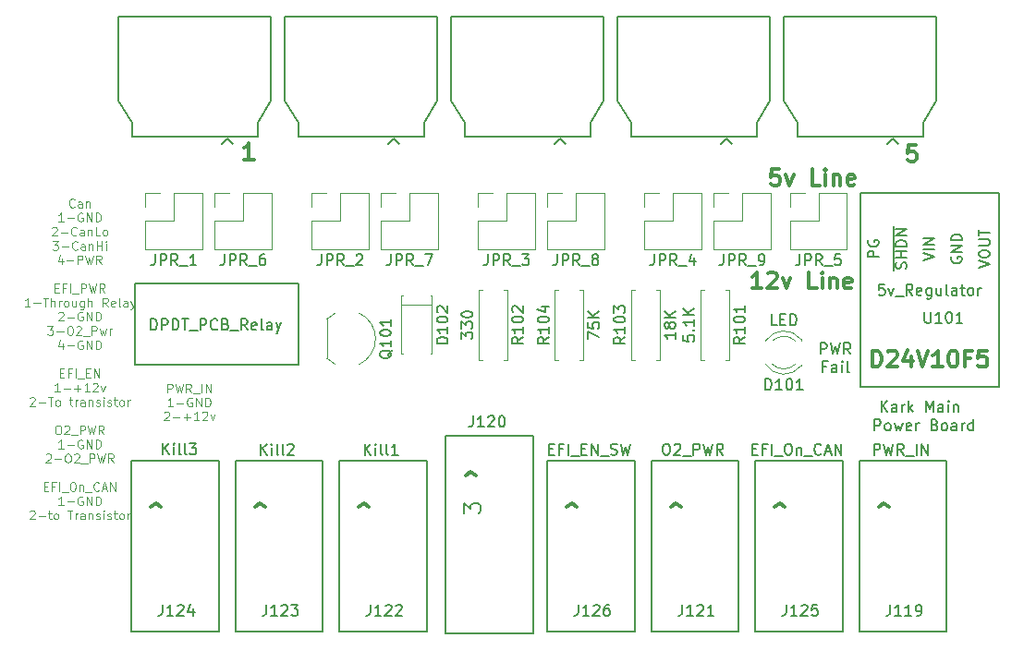
<source format=gto>
G04 #@! TF.FileFunction,Legend,Top*
%FSLAX46Y46*%
G04 Gerber Fmt 4.6, Leading zero omitted, Abs format (unit mm)*
G04 Created by KiCad (PCBNEW 4.0.6) date Saturday, February 10, 2018 'AMt' 10:41:33 AM*
%MOMM*%
%LPD*%
G01*
G04 APERTURE LIST*
%ADD10C,0.100000*%
%ADD11C,0.076200*%
%ADD12C,0.200000*%
%ADD13C,0.300000*%
%ADD14C,0.152400*%
%ADD15C,0.150000*%
%ADD16C,0.120000*%
%ADD17C,0.357000*%
%ADD18C,0.210000*%
G04 APERTURE END LIST*
D10*
D11*
X116891054Y-58267707D02*
X116891054Y-57467709D01*
X117195815Y-57467709D01*
X117272005Y-57505804D01*
X117310100Y-57543899D01*
X117348195Y-57620089D01*
X117348195Y-57734375D01*
X117310100Y-57810565D01*
X117272005Y-57848660D01*
X117195815Y-57886755D01*
X116891054Y-57886755D01*
X117614861Y-57467709D02*
X117805337Y-58267707D01*
X117957718Y-57696280D01*
X118110098Y-58267707D01*
X118300574Y-57467709D01*
X119062476Y-58267707D02*
X118795810Y-57886755D01*
X118605335Y-58267707D02*
X118605335Y-57467709D01*
X118910096Y-57467709D01*
X118986286Y-57505804D01*
X119024381Y-57543899D01*
X119062476Y-57620089D01*
X119062476Y-57734375D01*
X119024381Y-57810565D01*
X118986286Y-57848660D01*
X118910096Y-57886755D01*
X118605335Y-57886755D01*
X119214857Y-58343897D02*
X119824379Y-58343897D01*
X120014855Y-58267707D02*
X120014855Y-57467709D01*
X120395806Y-58267707D02*
X120395806Y-57467709D01*
X120852947Y-58267707D01*
X120852947Y-57467709D01*
X117386289Y-59543904D02*
X116929148Y-59543904D01*
X117157718Y-59543904D02*
X117157718Y-58743906D01*
X117081528Y-58858191D01*
X117005338Y-58934382D01*
X116929148Y-58972477D01*
X117729146Y-59239143D02*
X118338668Y-59239143D01*
X119138666Y-58782001D02*
X119062476Y-58743906D01*
X118948191Y-58743906D01*
X118833905Y-58782001D01*
X118757715Y-58858191D01*
X118719620Y-58934382D01*
X118681525Y-59086762D01*
X118681525Y-59201048D01*
X118719620Y-59353428D01*
X118757715Y-59429618D01*
X118833905Y-59505809D01*
X118948191Y-59543904D01*
X119024381Y-59543904D01*
X119138666Y-59505809D01*
X119176761Y-59467714D01*
X119176761Y-59201048D01*
X119024381Y-59201048D01*
X119519618Y-59543904D02*
X119519618Y-58743906D01*
X119976759Y-59543904D01*
X119976759Y-58743906D01*
X120357711Y-59543904D02*
X120357711Y-58743906D01*
X120548186Y-58743906D01*
X120662472Y-58782001D01*
X120738662Y-58858191D01*
X120776757Y-58934382D01*
X120814852Y-59086762D01*
X120814852Y-59201048D01*
X120776757Y-59353428D01*
X120738662Y-59429618D01*
X120662472Y-59505809D01*
X120548186Y-59543904D01*
X120357711Y-59543904D01*
X116586292Y-60096293D02*
X116624387Y-60058198D01*
X116700577Y-60020103D01*
X116891053Y-60020103D01*
X116967243Y-60058198D01*
X117005338Y-60096293D01*
X117043433Y-60172483D01*
X117043433Y-60248674D01*
X117005338Y-60362959D01*
X116548196Y-60820101D01*
X117043433Y-60820101D01*
X117386290Y-60515340D02*
X117995812Y-60515340D01*
X118376764Y-60515340D02*
X118986286Y-60515340D01*
X118681525Y-60820101D02*
X118681525Y-60210579D01*
X119786284Y-60820101D02*
X119329143Y-60820101D01*
X119557713Y-60820101D02*
X119557713Y-60020103D01*
X119481523Y-60134388D01*
X119405333Y-60210579D01*
X119329143Y-60248674D01*
X120091046Y-60096293D02*
X120129141Y-60058198D01*
X120205331Y-60020103D01*
X120395807Y-60020103D01*
X120471997Y-60058198D01*
X120510092Y-60096293D01*
X120548187Y-60172483D01*
X120548187Y-60248674D01*
X120510092Y-60362959D01*
X120052950Y-60820101D01*
X120548187Y-60820101D01*
X120814853Y-60286769D02*
X121005329Y-60820101D01*
X121195805Y-60286769D01*
D12*
X182277238Y-60054381D02*
X182277238Y-59054381D01*
X182848667Y-60054381D02*
X182420095Y-59482952D01*
X182848667Y-59054381D02*
X182277238Y-59625810D01*
X183705810Y-60054381D02*
X183705810Y-59530571D01*
X183658191Y-59435333D01*
X183562953Y-59387714D01*
X183372476Y-59387714D01*
X183277238Y-59435333D01*
X183705810Y-60006762D02*
X183610572Y-60054381D01*
X183372476Y-60054381D01*
X183277238Y-60006762D01*
X183229619Y-59911524D01*
X183229619Y-59816286D01*
X183277238Y-59721048D01*
X183372476Y-59673429D01*
X183610572Y-59673429D01*
X183705810Y-59625810D01*
X184182000Y-60054381D02*
X184182000Y-59387714D01*
X184182000Y-59578190D02*
X184229619Y-59482952D01*
X184277238Y-59435333D01*
X184372476Y-59387714D01*
X184467715Y-59387714D01*
X184801048Y-60054381D02*
X184801048Y-59054381D01*
X184896286Y-59673429D02*
X185182001Y-60054381D01*
X185182001Y-59387714D02*
X184801048Y-59768667D01*
X186372477Y-60054381D02*
X186372477Y-59054381D01*
X186705811Y-59768667D01*
X187039144Y-59054381D01*
X187039144Y-60054381D01*
X187943906Y-60054381D02*
X187943906Y-59530571D01*
X187896287Y-59435333D01*
X187801049Y-59387714D01*
X187610572Y-59387714D01*
X187515334Y-59435333D01*
X187943906Y-60006762D02*
X187848668Y-60054381D01*
X187610572Y-60054381D01*
X187515334Y-60006762D01*
X187467715Y-59911524D01*
X187467715Y-59816286D01*
X187515334Y-59721048D01*
X187610572Y-59673429D01*
X187848668Y-59673429D01*
X187943906Y-59625810D01*
X188420096Y-60054381D02*
X188420096Y-59387714D01*
X188420096Y-59054381D02*
X188372477Y-59102000D01*
X188420096Y-59149619D01*
X188467715Y-59102000D01*
X188420096Y-59054381D01*
X188420096Y-59149619D01*
X188896286Y-59387714D02*
X188896286Y-60054381D01*
X188896286Y-59482952D02*
X188943905Y-59435333D01*
X189039143Y-59387714D01*
X189182001Y-59387714D01*
X189277239Y-59435333D01*
X189324858Y-59530571D01*
X189324858Y-60054381D01*
X181658190Y-61754381D02*
X181658190Y-60754381D01*
X182039143Y-60754381D01*
X182134381Y-60802000D01*
X182182000Y-60849619D01*
X182229619Y-60944857D01*
X182229619Y-61087714D01*
X182182000Y-61182952D01*
X182134381Y-61230571D01*
X182039143Y-61278190D01*
X181658190Y-61278190D01*
X182801047Y-61754381D02*
X182705809Y-61706762D01*
X182658190Y-61659143D01*
X182610571Y-61563905D01*
X182610571Y-61278190D01*
X182658190Y-61182952D01*
X182705809Y-61135333D01*
X182801047Y-61087714D01*
X182943905Y-61087714D01*
X183039143Y-61135333D01*
X183086762Y-61182952D01*
X183134381Y-61278190D01*
X183134381Y-61563905D01*
X183086762Y-61659143D01*
X183039143Y-61706762D01*
X182943905Y-61754381D01*
X182801047Y-61754381D01*
X183467714Y-61087714D02*
X183658190Y-61754381D01*
X183848667Y-61278190D01*
X184039143Y-61754381D01*
X184229619Y-61087714D01*
X184991524Y-61706762D02*
X184896286Y-61754381D01*
X184705809Y-61754381D01*
X184610571Y-61706762D01*
X184562952Y-61611524D01*
X184562952Y-61230571D01*
X184610571Y-61135333D01*
X184705809Y-61087714D01*
X184896286Y-61087714D01*
X184991524Y-61135333D01*
X185039143Y-61230571D01*
X185039143Y-61325810D01*
X184562952Y-61421048D01*
X185467714Y-61754381D02*
X185467714Y-61087714D01*
X185467714Y-61278190D02*
X185515333Y-61182952D01*
X185562952Y-61135333D01*
X185658190Y-61087714D01*
X185753429Y-61087714D01*
X187182001Y-61230571D02*
X187324858Y-61278190D01*
X187372477Y-61325810D01*
X187420096Y-61421048D01*
X187420096Y-61563905D01*
X187372477Y-61659143D01*
X187324858Y-61706762D01*
X187229620Y-61754381D01*
X186848667Y-61754381D01*
X186848667Y-60754381D01*
X187182001Y-60754381D01*
X187277239Y-60802000D01*
X187324858Y-60849619D01*
X187372477Y-60944857D01*
X187372477Y-61040095D01*
X187324858Y-61135333D01*
X187277239Y-61182952D01*
X187182001Y-61230571D01*
X186848667Y-61230571D01*
X187991524Y-61754381D02*
X187896286Y-61706762D01*
X187848667Y-61659143D01*
X187801048Y-61563905D01*
X187801048Y-61278190D01*
X187848667Y-61182952D01*
X187896286Y-61135333D01*
X187991524Y-61087714D01*
X188134382Y-61087714D01*
X188229620Y-61135333D01*
X188277239Y-61182952D01*
X188324858Y-61278190D01*
X188324858Y-61563905D01*
X188277239Y-61659143D01*
X188229620Y-61706762D01*
X188134382Y-61754381D01*
X187991524Y-61754381D01*
X189182001Y-61754381D02*
X189182001Y-61230571D01*
X189134382Y-61135333D01*
X189039144Y-61087714D01*
X188848667Y-61087714D01*
X188753429Y-61135333D01*
X189182001Y-61706762D02*
X189086763Y-61754381D01*
X188848667Y-61754381D01*
X188753429Y-61706762D01*
X188705810Y-61611524D01*
X188705810Y-61516286D01*
X188753429Y-61421048D01*
X188848667Y-61373429D01*
X189086763Y-61373429D01*
X189182001Y-61325810D01*
X189658191Y-61754381D02*
X189658191Y-61087714D01*
X189658191Y-61278190D02*
X189705810Y-61182952D01*
X189753429Y-61135333D01*
X189848667Y-61087714D01*
X189943906Y-61087714D01*
X190705811Y-61754381D02*
X190705811Y-60754381D01*
X190705811Y-61706762D02*
X190610573Y-61754381D01*
X190420096Y-61754381D01*
X190324858Y-61706762D01*
X190277239Y-61659143D01*
X190229620Y-61563905D01*
X190229620Y-61278190D01*
X190277239Y-61182952D01*
X190324858Y-61135333D01*
X190420096Y-61087714D01*
X190610573Y-61087714D01*
X190705811Y-61135333D01*
D13*
X124786972Y-36898971D02*
X123929829Y-36898971D01*
X124358401Y-36898971D02*
X124358401Y-35398971D01*
X124215544Y-35613257D01*
X124072686Y-35756114D01*
X123929829Y-35827543D01*
X185472344Y-35602171D02*
X184758058Y-35602171D01*
X184686629Y-36316457D01*
X184758058Y-36245029D01*
X184900915Y-36173600D01*
X185258058Y-36173600D01*
X185400915Y-36245029D01*
X185472344Y-36316457D01*
X185543772Y-36459314D01*
X185543772Y-36816457D01*
X185472344Y-36959314D01*
X185400915Y-37030743D01*
X185258058Y-37102171D01*
X184900915Y-37102171D01*
X184758058Y-37030743D01*
X184686629Y-36959314D01*
D10*
X108362809Y-41215714D02*
X108324714Y-41253810D01*
X108210428Y-41291905D01*
X108134238Y-41291905D01*
X108019952Y-41253810D01*
X107943761Y-41177619D01*
X107905666Y-41101429D01*
X107867571Y-40949048D01*
X107867571Y-40834762D01*
X107905666Y-40682381D01*
X107943761Y-40606190D01*
X108019952Y-40530000D01*
X108134238Y-40491905D01*
X108210428Y-40491905D01*
X108324714Y-40530000D01*
X108362809Y-40568095D01*
X109048523Y-41291905D02*
X109048523Y-40872857D01*
X109010428Y-40796667D01*
X108934238Y-40758571D01*
X108781857Y-40758571D01*
X108705666Y-40796667D01*
X109048523Y-41253810D02*
X108972333Y-41291905D01*
X108781857Y-41291905D01*
X108705666Y-41253810D01*
X108667571Y-41177619D01*
X108667571Y-41101429D01*
X108705666Y-41025238D01*
X108781857Y-40987143D01*
X108972333Y-40987143D01*
X109048523Y-40949048D01*
X109429476Y-40758571D02*
X109429476Y-41291905D01*
X109429476Y-40834762D02*
X109467571Y-40796667D01*
X109543762Y-40758571D01*
X109658048Y-40758571D01*
X109734238Y-40796667D01*
X109772333Y-40872857D01*
X109772333Y-41291905D01*
X107353286Y-42591905D02*
X106896143Y-42591905D01*
X107124714Y-42591905D02*
X107124714Y-41791905D01*
X107048524Y-41906190D01*
X106972333Y-41982381D01*
X106896143Y-42020476D01*
X107696143Y-42287143D02*
X108305667Y-42287143D01*
X109105667Y-41830000D02*
X109029476Y-41791905D01*
X108915191Y-41791905D01*
X108800905Y-41830000D01*
X108724714Y-41906190D01*
X108686619Y-41982381D01*
X108648524Y-42134762D01*
X108648524Y-42249048D01*
X108686619Y-42401429D01*
X108724714Y-42477619D01*
X108800905Y-42553810D01*
X108915191Y-42591905D01*
X108991381Y-42591905D01*
X109105667Y-42553810D01*
X109143762Y-42515714D01*
X109143762Y-42249048D01*
X108991381Y-42249048D01*
X109486619Y-42591905D02*
X109486619Y-41791905D01*
X109943762Y-42591905D01*
X109943762Y-41791905D01*
X110324714Y-42591905D02*
X110324714Y-41791905D01*
X110515190Y-41791905D01*
X110629476Y-41830000D01*
X110705667Y-41906190D01*
X110743762Y-41982381D01*
X110781857Y-42134762D01*
X110781857Y-42249048D01*
X110743762Y-42401429D01*
X110705667Y-42477619D01*
X110629476Y-42553810D01*
X110515190Y-42591905D01*
X110324714Y-42591905D01*
X106305666Y-43168095D02*
X106343761Y-43130000D01*
X106419952Y-43091905D01*
X106610428Y-43091905D01*
X106686618Y-43130000D01*
X106724714Y-43168095D01*
X106762809Y-43244286D01*
X106762809Y-43320476D01*
X106724714Y-43434762D01*
X106267571Y-43891905D01*
X106762809Y-43891905D01*
X107105666Y-43587143D02*
X107715190Y-43587143D01*
X108553285Y-43815714D02*
X108515190Y-43853810D01*
X108400904Y-43891905D01*
X108324714Y-43891905D01*
X108210428Y-43853810D01*
X108134237Y-43777619D01*
X108096142Y-43701429D01*
X108058047Y-43549048D01*
X108058047Y-43434762D01*
X108096142Y-43282381D01*
X108134237Y-43206190D01*
X108210428Y-43130000D01*
X108324714Y-43091905D01*
X108400904Y-43091905D01*
X108515190Y-43130000D01*
X108553285Y-43168095D01*
X109238999Y-43891905D02*
X109238999Y-43472857D01*
X109200904Y-43396667D01*
X109124714Y-43358571D01*
X108972333Y-43358571D01*
X108896142Y-43396667D01*
X109238999Y-43853810D02*
X109162809Y-43891905D01*
X108972333Y-43891905D01*
X108896142Y-43853810D01*
X108858047Y-43777619D01*
X108858047Y-43701429D01*
X108896142Y-43625238D01*
X108972333Y-43587143D01*
X109162809Y-43587143D01*
X109238999Y-43549048D01*
X109619952Y-43358571D02*
X109619952Y-43891905D01*
X109619952Y-43434762D02*
X109658047Y-43396667D01*
X109734238Y-43358571D01*
X109848524Y-43358571D01*
X109924714Y-43396667D01*
X109962809Y-43472857D01*
X109962809Y-43891905D01*
X110724715Y-43891905D02*
X110343762Y-43891905D01*
X110343762Y-43091905D01*
X111105667Y-43891905D02*
X111029476Y-43853810D01*
X110991381Y-43815714D01*
X110953286Y-43739524D01*
X110953286Y-43510952D01*
X110991381Y-43434762D01*
X111029476Y-43396667D01*
X111105667Y-43358571D01*
X111219953Y-43358571D01*
X111296143Y-43396667D01*
X111334238Y-43434762D01*
X111372334Y-43510952D01*
X111372334Y-43739524D01*
X111334238Y-43815714D01*
X111296143Y-43853810D01*
X111219953Y-43891905D01*
X111105667Y-43891905D01*
X106343762Y-44391905D02*
X106839000Y-44391905D01*
X106572333Y-44696667D01*
X106686619Y-44696667D01*
X106762809Y-44734762D01*
X106800905Y-44772857D01*
X106839000Y-44849048D01*
X106839000Y-45039524D01*
X106800905Y-45115714D01*
X106762809Y-45153810D01*
X106686619Y-45191905D01*
X106458047Y-45191905D01*
X106381857Y-45153810D01*
X106343762Y-45115714D01*
X107181857Y-44887143D02*
X107791381Y-44887143D01*
X108629476Y-45115714D02*
X108591381Y-45153810D01*
X108477095Y-45191905D01*
X108400905Y-45191905D01*
X108286619Y-45153810D01*
X108210428Y-45077619D01*
X108172333Y-45001429D01*
X108134238Y-44849048D01*
X108134238Y-44734762D01*
X108172333Y-44582381D01*
X108210428Y-44506190D01*
X108286619Y-44430000D01*
X108400905Y-44391905D01*
X108477095Y-44391905D01*
X108591381Y-44430000D01*
X108629476Y-44468095D01*
X109315190Y-45191905D02*
X109315190Y-44772857D01*
X109277095Y-44696667D01*
X109200905Y-44658571D01*
X109048524Y-44658571D01*
X108972333Y-44696667D01*
X109315190Y-45153810D02*
X109239000Y-45191905D01*
X109048524Y-45191905D01*
X108972333Y-45153810D01*
X108934238Y-45077619D01*
X108934238Y-45001429D01*
X108972333Y-44925238D01*
X109048524Y-44887143D01*
X109239000Y-44887143D01*
X109315190Y-44849048D01*
X109696143Y-44658571D02*
X109696143Y-45191905D01*
X109696143Y-44734762D02*
X109734238Y-44696667D01*
X109810429Y-44658571D01*
X109924715Y-44658571D01*
X110000905Y-44696667D01*
X110039000Y-44772857D01*
X110039000Y-45191905D01*
X110419953Y-45191905D02*
X110419953Y-44391905D01*
X110419953Y-44772857D02*
X110877096Y-44772857D01*
X110877096Y-45191905D02*
X110877096Y-44391905D01*
X111258048Y-45191905D02*
X111258048Y-44658571D01*
X111258048Y-44391905D02*
X111219953Y-44430000D01*
X111258048Y-44468095D01*
X111296143Y-44430000D01*
X111258048Y-44391905D01*
X111258048Y-44468095D01*
X107239000Y-45958571D02*
X107239000Y-46491905D01*
X107048524Y-45653810D02*
X106858048Y-46225238D01*
X107353286Y-46225238D01*
X107658048Y-46187143D02*
X108267572Y-46187143D01*
X108648524Y-46491905D02*
X108648524Y-45691905D01*
X108953286Y-45691905D01*
X109029477Y-45730000D01*
X109067572Y-45768095D01*
X109105667Y-45844286D01*
X109105667Y-45958571D01*
X109067572Y-46034762D01*
X109029477Y-46072857D01*
X108953286Y-46110952D01*
X108648524Y-46110952D01*
X109372334Y-45691905D02*
X109562810Y-46491905D01*
X109715191Y-45920476D01*
X109867572Y-46491905D01*
X110058048Y-45691905D01*
X110819953Y-46491905D02*
X110553286Y-46110952D01*
X110362810Y-46491905D02*
X110362810Y-45691905D01*
X110667572Y-45691905D01*
X110743763Y-45730000D01*
X110781858Y-45768095D01*
X110819953Y-45844286D01*
X110819953Y-45958571D01*
X110781858Y-46034762D01*
X110743763Y-46072857D01*
X110667572Y-46110952D01*
X110362810Y-46110952D01*
X106572333Y-48672857D02*
X106839000Y-48672857D01*
X106953286Y-49091905D02*
X106572333Y-49091905D01*
X106572333Y-48291905D01*
X106953286Y-48291905D01*
X107562810Y-48672857D02*
X107296143Y-48672857D01*
X107296143Y-49091905D02*
X107296143Y-48291905D01*
X107677096Y-48291905D01*
X107981857Y-49091905D02*
X107981857Y-48291905D01*
X108172333Y-49168095D02*
X108781857Y-49168095D01*
X108972333Y-49091905D02*
X108972333Y-48291905D01*
X109277095Y-48291905D01*
X109353286Y-48330000D01*
X109391381Y-48368095D01*
X109429476Y-48444286D01*
X109429476Y-48558571D01*
X109391381Y-48634762D01*
X109353286Y-48672857D01*
X109277095Y-48710952D01*
X108972333Y-48710952D01*
X109696143Y-48291905D02*
X109886619Y-49091905D01*
X110039000Y-48520476D01*
X110191381Y-49091905D01*
X110381857Y-48291905D01*
X111143762Y-49091905D02*
X110877095Y-48710952D01*
X110686619Y-49091905D02*
X110686619Y-48291905D01*
X110991381Y-48291905D01*
X111067572Y-48330000D01*
X111105667Y-48368095D01*
X111143762Y-48444286D01*
X111143762Y-48558571D01*
X111105667Y-48634762D01*
X111067572Y-48672857D01*
X110991381Y-48710952D01*
X110686619Y-48710952D01*
X104286618Y-50391905D02*
X103829475Y-50391905D01*
X104058046Y-50391905D02*
X104058046Y-49591905D01*
X103981856Y-49706190D01*
X103905665Y-49782381D01*
X103829475Y-49820476D01*
X104629475Y-50087143D02*
X105238999Y-50087143D01*
X105505665Y-49591905D02*
X105962808Y-49591905D01*
X105734237Y-50391905D02*
X105734237Y-49591905D01*
X106229475Y-50391905D02*
X106229475Y-49591905D01*
X106572332Y-50391905D02*
X106572332Y-49972857D01*
X106534237Y-49896667D01*
X106458047Y-49858571D01*
X106343761Y-49858571D01*
X106267570Y-49896667D01*
X106229475Y-49934762D01*
X106953285Y-50391905D02*
X106953285Y-49858571D01*
X106953285Y-50010952D02*
X106991380Y-49934762D01*
X107029476Y-49896667D01*
X107105666Y-49858571D01*
X107181857Y-49858571D01*
X107562809Y-50391905D02*
X107486618Y-50353810D01*
X107448523Y-50315714D01*
X107410428Y-50239524D01*
X107410428Y-50010952D01*
X107448523Y-49934762D01*
X107486618Y-49896667D01*
X107562809Y-49858571D01*
X107677095Y-49858571D01*
X107753285Y-49896667D01*
X107791380Y-49934762D01*
X107829476Y-50010952D01*
X107829476Y-50239524D01*
X107791380Y-50315714D01*
X107753285Y-50353810D01*
X107677095Y-50391905D01*
X107562809Y-50391905D01*
X108515190Y-49858571D02*
X108515190Y-50391905D01*
X108172333Y-49858571D02*
X108172333Y-50277619D01*
X108210428Y-50353810D01*
X108286619Y-50391905D01*
X108400905Y-50391905D01*
X108477095Y-50353810D01*
X108515190Y-50315714D01*
X109239000Y-49858571D02*
X109239000Y-50506190D01*
X109200905Y-50582381D01*
X109162810Y-50620476D01*
X109086619Y-50658571D01*
X108972334Y-50658571D01*
X108896143Y-50620476D01*
X109239000Y-50353810D02*
X109162810Y-50391905D01*
X109010429Y-50391905D01*
X108934238Y-50353810D01*
X108896143Y-50315714D01*
X108858048Y-50239524D01*
X108858048Y-50010952D01*
X108896143Y-49934762D01*
X108934238Y-49896667D01*
X109010429Y-49858571D01*
X109162810Y-49858571D01*
X109239000Y-49896667D01*
X109619953Y-50391905D02*
X109619953Y-49591905D01*
X109962810Y-50391905D02*
X109962810Y-49972857D01*
X109924715Y-49896667D01*
X109848525Y-49858571D01*
X109734239Y-49858571D01*
X109658048Y-49896667D01*
X109619953Y-49934762D01*
X111410430Y-50391905D02*
X111143763Y-50010952D01*
X110953287Y-50391905D02*
X110953287Y-49591905D01*
X111258049Y-49591905D01*
X111334240Y-49630000D01*
X111372335Y-49668095D01*
X111410430Y-49744286D01*
X111410430Y-49858571D01*
X111372335Y-49934762D01*
X111334240Y-49972857D01*
X111258049Y-50010952D01*
X110953287Y-50010952D01*
X112058049Y-50353810D02*
X111981859Y-50391905D01*
X111829478Y-50391905D01*
X111753287Y-50353810D01*
X111715192Y-50277619D01*
X111715192Y-49972857D01*
X111753287Y-49896667D01*
X111829478Y-49858571D01*
X111981859Y-49858571D01*
X112058049Y-49896667D01*
X112096144Y-49972857D01*
X112096144Y-50049048D01*
X111715192Y-50125238D01*
X112553287Y-50391905D02*
X112477096Y-50353810D01*
X112439001Y-50277619D01*
X112439001Y-49591905D01*
X113200906Y-50391905D02*
X113200906Y-49972857D01*
X113162811Y-49896667D01*
X113086621Y-49858571D01*
X112934240Y-49858571D01*
X112858049Y-49896667D01*
X113200906Y-50353810D02*
X113124716Y-50391905D01*
X112934240Y-50391905D01*
X112858049Y-50353810D01*
X112819954Y-50277619D01*
X112819954Y-50201429D01*
X112858049Y-50125238D01*
X112934240Y-50087143D01*
X113124716Y-50087143D01*
X113200906Y-50049048D01*
X113505669Y-49858571D02*
X113696145Y-50391905D01*
X113886621Y-49858571D02*
X113696145Y-50391905D01*
X113619954Y-50582381D01*
X113581859Y-50620476D01*
X113505669Y-50658571D01*
X106896143Y-50968095D02*
X106934238Y-50930000D01*
X107010429Y-50891905D01*
X107200905Y-50891905D01*
X107277095Y-50930000D01*
X107315191Y-50968095D01*
X107353286Y-51044286D01*
X107353286Y-51120476D01*
X107315191Y-51234762D01*
X106858048Y-51691905D01*
X107353286Y-51691905D01*
X107696143Y-51387143D02*
X108305667Y-51387143D01*
X109105667Y-50930000D02*
X109029476Y-50891905D01*
X108915191Y-50891905D01*
X108800905Y-50930000D01*
X108724714Y-51006190D01*
X108686619Y-51082381D01*
X108648524Y-51234762D01*
X108648524Y-51349048D01*
X108686619Y-51501429D01*
X108724714Y-51577619D01*
X108800905Y-51653810D01*
X108915191Y-51691905D01*
X108991381Y-51691905D01*
X109105667Y-51653810D01*
X109143762Y-51615714D01*
X109143762Y-51349048D01*
X108991381Y-51349048D01*
X109486619Y-51691905D02*
X109486619Y-50891905D01*
X109943762Y-51691905D01*
X109943762Y-50891905D01*
X110324714Y-51691905D02*
X110324714Y-50891905D01*
X110515190Y-50891905D01*
X110629476Y-50930000D01*
X110705667Y-51006190D01*
X110743762Y-51082381D01*
X110781857Y-51234762D01*
X110781857Y-51349048D01*
X110743762Y-51501429D01*
X110705667Y-51577619D01*
X110629476Y-51653810D01*
X110515190Y-51691905D01*
X110324714Y-51691905D01*
X105905667Y-52191905D02*
X106400905Y-52191905D01*
X106134238Y-52496667D01*
X106248524Y-52496667D01*
X106324714Y-52534762D01*
X106362810Y-52572857D01*
X106400905Y-52649048D01*
X106400905Y-52839524D01*
X106362810Y-52915714D01*
X106324714Y-52953810D01*
X106248524Y-52991905D01*
X106019952Y-52991905D01*
X105943762Y-52953810D01*
X105905667Y-52915714D01*
X106743762Y-52687143D02*
X107353286Y-52687143D01*
X107886619Y-52191905D02*
X108039000Y-52191905D01*
X108115191Y-52230000D01*
X108191381Y-52306190D01*
X108229476Y-52458571D01*
X108229476Y-52725238D01*
X108191381Y-52877619D01*
X108115191Y-52953810D01*
X108039000Y-52991905D01*
X107886619Y-52991905D01*
X107810429Y-52953810D01*
X107734238Y-52877619D01*
X107696143Y-52725238D01*
X107696143Y-52458571D01*
X107734238Y-52306190D01*
X107810429Y-52230000D01*
X107886619Y-52191905D01*
X108534238Y-52268095D02*
X108572333Y-52230000D01*
X108648524Y-52191905D01*
X108839000Y-52191905D01*
X108915190Y-52230000D01*
X108953286Y-52268095D01*
X108991381Y-52344286D01*
X108991381Y-52420476D01*
X108953286Y-52534762D01*
X108496143Y-52991905D01*
X108991381Y-52991905D01*
X109143762Y-53068095D02*
X109753286Y-53068095D01*
X109943762Y-52991905D02*
X109943762Y-52191905D01*
X110248524Y-52191905D01*
X110324715Y-52230000D01*
X110362810Y-52268095D01*
X110400905Y-52344286D01*
X110400905Y-52458571D01*
X110362810Y-52534762D01*
X110324715Y-52572857D01*
X110248524Y-52610952D01*
X109943762Y-52610952D01*
X110667572Y-52458571D02*
X110819953Y-52991905D01*
X110972334Y-52610952D01*
X111124715Y-52991905D01*
X111277096Y-52458571D01*
X111581857Y-52991905D02*
X111581857Y-52458571D01*
X111581857Y-52610952D02*
X111619952Y-52534762D01*
X111658048Y-52496667D01*
X111734238Y-52458571D01*
X111810429Y-52458571D01*
X107277095Y-53758571D02*
X107277095Y-54291905D01*
X107086619Y-53453810D02*
X106896143Y-54025238D01*
X107391381Y-54025238D01*
X107696143Y-53987143D02*
X108305667Y-53987143D01*
X109105667Y-53530000D02*
X109029476Y-53491905D01*
X108915191Y-53491905D01*
X108800905Y-53530000D01*
X108724714Y-53606190D01*
X108686619Y-53682381D01*
X108648524Y-53834762D01*
X108648524Y-53949048D01*
X108686619Y-54101429D01*
X108724714Y-54177619D01*
X108800905Y-54253810D01*
X108915191Y-54291905D01*
X108991381Y-54291905D01*
X109105667Y-54253810D01*
X109143762Y-54215714D01*
X109143762Y-53949048D01*
X108991381Y-53949048D01*
X109486619Y-54291905D02*
X109486619Y-53491905D01*
X109943762Y-54291905D01*
X109943762Y-53491905D01*
X110324714Y-54291905D02*
X110324714Y-53491905D01*
X110515190Y-53491905D01*
X110629476Y-53530000D01*
X110705667Y-53606190D01*
X110743762Y-53682381D01*
X110781857Y-53834762D01*
X110781857Y-53949048D01*
X110743762Y-54101429D01*
X110705667Y-54177619D01*
X110629476Y-54253810D01*
X110515190Y-54291905D01*
X110324714Y-54291905D01*
X107048524Y-56472857D02*
X107315191Y-56472857D01*
X107429477Y-56891905D02*
X107048524Y-56891905D01*
X107048524Y-56091905D01*
X107429477Y-56091905D01*
X108039001Y-56472857D02*
X107772334Y-56472857D01*
X107772334Y-56891905D02*
X107772334Y-56091905D01*
X108153287Y-56091905D01*
X108458048Y-56891905D02*
X108458048Y-56091905D01*
X108648524Y-56968095D02*
X109258048Y-56968095D01*
X109448524Y-56472857D02*
X109715191Y-56472857D01*
X109829477Y-56891905D02*
X109448524Y-56891905D01*
X109448524Y-56091905D01*
X109829477Y-56091905D01*
X110172334Y-56891905D02*
X110172334Y-56091905D01*
X110629477Y-56891905D01*
X110629477Y-56091905D01*
X107010429Y-58191905D02*
X106553286Y-58191905D01*
X106781857Y-58191905D02*
X106781857Y-57391905D01*
X106705667Y-57506190D01*
X106629476Y-57582381D01*
X106553286Y-57620476D01*
X107353286Y-57887143D02*
X107962810Y-57887143D01*
X108343762Y-57887143D02*
X108953286Y-57887143D01*
X108648524Y-58191905D02*
X108648524Y-57582381D01*
X109753286Y-58191905D02*
X109296143Y-58191905D01*
X109524714Y-58191905D02*
X109524714Y-57391905D01*
X109448524Y-57506190D01*
X109372333Y-57582381D01*
X109296143Y-57620476D01*
X110058048Y-57468095D02*
X110096143Y-57430000D01*
X110172334Y-57391905D01*
X110362810Y-57391905D01*
X110439000Y-57430000D01*
X110477096Y-57468095D01*
X110515191Y-57544286D01*
X110515191Y-57620476D01*
X110477096Y-57734762D01*
X110019953Y-58191905D01*
X110515191Y-58191905D01*
X110781858Y-57658571D02*
X110972334Y-58191905D01*
X111162810Y-57658571D01*
X104267571Y-58768095D02*
X104305666Y-58730000D01*
X104381857Y-58691905D01*
X104572333Y-58691905D01*
X104648523Y-58730000D01*
X104686619Y-58768095D01*
X104724714Y-58844286D01*
X104724714Y-58920476D01*
X104686619Y-59034762D01*
X104229476Y-59491905D01*
X104724714Y-59491905D01*
X105067571Y-59187143D02*
X105677095Y-59187143D01*
X105943761Y-58691905D02*
X106400904Y-58691905D01*
X106172333Y-59491905D02*
X106172333Y-58691905D01*
X106781857Y-59491905D02*
X106705666Y-59453810D01*
X106667571Y-59415714D01*
X106629476Y-59339524D01*
X106629476Y-59110952D01*
X106667571Y-59034762D01*
X106705666Y-58996667D01*
X106781857Y-58958571D01*
X106896143Y-58958571D01*
X106972333Y-58996667D01*
X107010428Y-59034762D01*
X107048524Y-59110952D01*
X107048524Y-59339524D01*
X107010428Y-59415714D01*
X106972333Y-59453810D01*
X106896143Y-59491905D01*
X106781857Y-59491905D01*
X107886619Y-58958571D02*
X108191381Y-58958571D01*
X108000905Y-58691905D02*
X108000905Y-59377619D01*
X108039000Y-59453810D01*
X108115191Y-59491905D01*
X108191381Y-59491905D01*
X108458048Y-59491905D02*
X108458048Y-58958571D01*
X108458048Y-59110952D02*
X108496143Y-59034762D01*
X108534239Y-58996667D01*
X108610429Y-58958571D01*
X108686620Y-58958571D01*
X109296143Y-59491905D02*
X109296143Y-59072857D01*
X109258048Y-58996667D01*
X109181858Y-58958571D01*
X109029477Y-58958571D01*
X108953286Y-58996667D01*
X109296143Y-59453810D02*
X109219953Y-59491905D01*
X109029477Y-59491905D01*
X108953286Y-59453810D01*
X108915191Y-59377619D01*
X108915191Y-59301429D01*
X108953286Y-59225238D01*
X109029477Y-59187143D01*
X109219953Y-59187143D01*
X109296143Y-59149048D01*
X109677096Y-58958571D02*
X109677096Y-59491905D01*
X109677096Y-59034762D02*
X109715191Y-58996667D01*
X109791382Y-58958571D01*
X109905668Y-58958571D01*
X109981858Y-58996667D01*
X110019953Y-59072857D01*
X110019953Y-59491905D01*
X110362811Y-59453810D02*
X110439001Y-59491905D01*
X110591382Y-59491905D01*
X110667573Y-59453810D01*
X110705668Y-59377619D01*
X110705668Y-59339524D01*
X110667573Y-59263333D01*
X110591382Y-59225238D01*
X110477097Y-59225238D01*
X110400906Y-59187143D01*
X110362811Y-59110952D01*
X110362811Y-59072857D01*
X110400906Y-58996667D01*
X110477097Y-58958571D01*
X110591382Y-58958571D01*
X110667573Y-58996667D01*
X111048525Y-59491905D02*
X111048525Y-58958571D01*
X111048525Y-58691905D02*
X111010430Y-58730000D01*
X111048525Y-58768095D01*
X111086620Y-58730000D01*
X111048525Y-58691905D01*
X111048525Y-58768095D01*
X111391382Y-59453810D02*
X111467572Y-59491905D01*
X111619953Y-59491905D01*
X111696144Y-59453810D01*
X111734239Y-59377619D01*
X111734239Y-59339524D01*
X111696144Y-59263333D01*
X111619953Y-59225238D01*
X111505668Y-59225238D01*
X111429477Y-59187143D01*
X111391382Y-59110952D01*
X111391382Y-59072857D01*
X111429477Y-58996667D01*
X111505668Y-58958571D01*
X111619953Y-58958571D01*
X111696144Y-58996667D01*
X111962810Y-58958571D02*
X112267572Y-58958571D01*
X112077096Y-58691905D02*
X112077096Y-59377619D01*
X112115191Y-59453810D01*
X112191382Y-59491905D01*
X112267572Y-59491905D01*
X112648525Y-59491905D02*
X112572334Y-59453810D01*
X112534239Y-59415714D01*
X112496144Y-59339524D01*
X112496144Y-59110952D01*
X112534239Y-59034762D01*
X112572334Y-58996667D01*
X112648525Y-58958571D01*
X112762811Y-58958571D01*
X112839001Y-58996667D01*
X112877096Y-59034762D01*
X112915192Y-59110952D01*
X112915192Y-59339524D01*
X112877096Y-59415714D01*
X112839001Y-59453810D01*
X112762811Y-59491905D01*
X112648525Y-59491905D01*
X113258049Y-59491905D02*
X113258049Y-58958571D01*
X113258049Y-59110952D02*
X113296144Y-59034762D01*
X113334240Y-58996667D01*
X113410430Y-58958571D01*
X113486621Y-58958571D01*
X106819952Y-61291905D02*
X106972333Y-61291905D01*
X107048524Y-61330000D01*
X107124714Y-61406190D01*
X107162809Y-61558571D01*
X107162809Y-61825238D01*
X107124714Y-61977619D01*
X107048524Y-62053810D01*
X106972333Y-62091905D01*
X106819952Y-62091905D01*
X106743762Y-62053810D01*
X106667571Y-61977619D01*
X106629476Y-61825238D01*
X106629476Y-61558571D01*
X106667571Y-61406190D01*
X106743762Y-61330000D01*
X106819952Y-61291905D01*
X107467571Y-61368095D02*
X107505666Y-61330000D01*
X107581857Y-61291905D01*
X107772333Y-61291905D01*
X107848523Y-61330000D01*
X107886619Y-61368095D01*
X107924714Y-61444286D01*
X107924714Y-61520476D01*
X107886619Y-61634762D01*
X107429476Y-62091905D01*
X107924714Y-62091905D01*
X108077095Y-62168095D02*
X108686619Y-62168095D01*
X108877095Y-62091905D02*
X108877095Y-61291905D01*
X109181857Y-61291905D01*
X109258048Y-61330000D01*
X109296143Y-61368095D01*
X109334238Y-61444286D01*
X109334238Y-61558571D01*
X109296143Y-61634762D01*
X109258048Y-61672857D01*
X109181857Y-61710952D01*
X108877095Y-61710952D01*
X109600905Y-61291905D02*
X109791381Y-62091905D01*
X109943762Y-61520476D01*
X110096143Y-62091905D01*
X110286619Y-61291905D01*
X111048524Y-62091905D02*
X110781857Y-61710952D01*
X110591381Y-62091905D02*
X110591381Y-61291905D01*
X110896143Y-61291905D01*
X110972334Y-61330000D01*
X111010429Y-61368095D01*
X111048524Y-61444286D01*
X111048524Y-61558571D01*
X111010429Y-61634762D01*
X110972334Y-61672857D01*
X110896143Y-61710952D01*
X110591381Y-61710952D01*
X107353286Y-63391905D02*
X106896143Y-63391905D01*
X107124714Y-63391905D02*
X107124714Y-62591905D01*
X107048524Y-62706190D01*
X106972333Y-62782381D01*
X106896143Y-62820476D01*
X107696143Y-63087143D02*
X108305667Y-63087143D01*
X109105667Y-62630000D02*
X109029476Y-62591905D01*
X108915191Y-62591905D01*
X108800905Y-62630000D01*
X108724714Y-62706190D01*
X108686619Y-62782381D01*
X108648524Y-62934762D01*
X108648524Y-63049048D01*
X108686619Y-63201429D01*
X108724714Y-63277619D01*
X108800905Y-63353810D01*
X108915191Y-63391905D01*
X108991381Y-63391905D01*
X109105667Y-63353810D01*
X109143762Y-63315714D01*
X109143762Y-63049048D01*
X108991381Y-63049048D01*
X109486619Y-63391905D02*
X109486619Y-62591905D01*
X109943762Y-63391905D01*
X109943762Y-62591905D01*
X110324714Y-63391905D02*
X110324714Y-62591905D01*
X110515190Y-62591905D01*
X110629476Y-62630000D01*
X110705667Y-62706190D01*
X110743762Y-62782381D01*
X110781857Y-62934762D01*
X110781857Y-63049048D01*
X110743762Y-63201429D01*
X110705667Y-63277619D01*
X110629476Y-63353810D01*
X110515190Y-63391905D01*
X110324714Y-63391905D01*
X105753286Y-63968095D02*
X105791381Y-63930000D01*
X105867572Y-63891905D01*
X106058048Y-63891905D01*
X106134238Y-63930000D01*
X106172334Y-63968095D01*
X106210429Y-64044286D01*
X106210429Y-64120476D01*
X106172334Y-64234762D01*
X105715191Y-64691905D01*
X106210429Y-64691905D01*
X106553286Y-64387143D02*
X107162810Y-64387143D01*
X107696143Y-63891905D02*
X107848524Y-63891905D01*
X107924715Y-63930000D01*
X108000905Y-64006190D01*
X108039000Y-64158571D01*
X108039000Y-64425238D01*
X108000905Y-64577619D01*
X107924715Y-64653810D01*
X107848524Y-64691905D01*
X107696143Y-64691905D01*
X107619953Y-64653810D01*
X107543762Y-64577619D01*
X107505667Y-64425238D01*
X107505667Y-64158571D01*
X107543762Y-64006190D01*
X107619953Y-63930000D01*
X107696143Y-63891905D01*
X108343762Y-63968095D02*
X108381857Y-63930000D01*
X108458048Y-63891905D01*
X108648524Y-63891905D01*
X108724714Y-63930000D01*
X108762810Y-63968095D01*
X108800905Y-64044286D01*
X108800905Y-64120476D01*
X108762810Y-64234762D01*
X108305667Y-64691905D01*
X108800905Y-64691905D01*
X108953286Y-64768095D02*
X109562810Y-64768095D01*
X109753286Y-64691905D02*
X109753286Y-63891905D01*
X110058048Y-63891905D01*
X110134239Y-63930000D01*
X110172334Y-63968095D01*
X110210429Y-64044286D01*
X110210429Y-64158571D01*
X110172334Y-64234762D01*
X110134239Y-64272857D01*
X110058048Y-64310952D01*
X109753286Y-64310952D01*
X110477096Y-63891905D02*
X110667572Y-64691905D01*
X110819953Y-64120476D01*
X110972334Y-64691905D01*
X111162810Y-63891905D01*
X111924715Y-64691905D02*
X111658048Y-64310952D01*
X111467572Y-64691905D02*
X111467572Y-63891905D01*
X111772334Y-63891905D01*
X111848525Y-63930000D01*
X111886620Y-63968095D01*
X111924715Y-64044286D01*
X111924715Y-64158571D01*
X111886620Y-64234762D01*
X111848525Y-64272857D01*
X111772334Y-64310952D01*
X111467572Y-64310952D01*
X105581857Y-66872857D02*
X105848524Y-66872857D01*
X105962810Y-67291905D02*
X105581857Y-67291905D01*
X105581857Y-66491905D01*
X105962810Y-66491905D01*
X106572334Y-66872857D02*
X106305667Y-66872857D01*
X106305667Y-67291905D02*
X106305667Y-66491905D01*
X106686620Y-66491905D01*
X106991381Y-67291905D02*
X106991381Y-66491905D01*
X107181857Y-67368095D02*
X107791381Y-67368095D01*
X108134238Y-66491905D02*
X108286619Y-66491905D01*
X108362810Y-66530000D01*
X108439000Y-66606190D01*
X108477095Y-66758571D01*
X108477095Y-67025238D01*
X108439000Y-67177619D01*
X108362810Y-67253810D01*
X108286619Y-67291905D01*
X108134238Y-67291905D01*
X108058048Y-67253810D01*
X107981857Y-67177619D01*
X107943762Y-67025238D01*
X107943762Y-66758571D01*
X107981857Y-66606190D01*
X108058048Y-66530000D01*
X108134238Y-66491905D01*
X108819952Y-66758571D02*
X108819952Y-67291905D01*
X108819952Y-66834762D02*
X108858047Y-66796667D01*
X108934238Y-66758571D01*
X109048524Y-66758571D01*
X109124714Y-66796667D01*
X109162809Y-66872857D01*
X109162809Y-67291905D01*
X109353286Y-67368095D02*
X109962810Y-67368095D01*
X110610429Y-67215714D02*
X110572334Y-67253810D01*
X110458048Y-67291905D01*
X110381858Y-67291905D01*
X110267572Y-67253810D01*
X110191381Y-67177619D01*
X110153286Y-67101429D01*
X110115191Y-66949048D01*
X110115191Y-66834762D01*
X110153286Y-66682381D01*
X110191381Y-66606190D01*
X110267572Y-66530000D01*
X110381858Y-66491905D01*
X110458048Y-66491905D01*
X110572334Y-66530000D01*
X110610429Y-66568095D01*
X110915191Y-67063333D02*
X111296143Y-67063333D01*
X110839000Y-67291905D02*
X111105667Y-66491905D01*
X111372334Y-67291905D01*
X111639000Y-67291905D02*
X111639000Y-66491905D01*
X112096143Y-67291905D01*
X112096143Y-66491905D01*
X107353286Y-68591905D02*
X106896143Y-68591905D01*
X107124714Y-68591905D02*
X107124714Y-67791905D01*
X107048524Y-67906190D01*
X106972333Y-67982381D01*
X106896143Y-68020476D01*
X107696143Y-68287143D02*
X108305667Y-68287143D01*
X109105667Y-67830000D02*
X109029476Y-67791905D01*
X108915191Y-67791905D01*
X108800905Y-67830000D01*
X108724714Y-67906190D01*
X108686619Y-67982381D01*
X108648524Y-68134762D01*
X108648524Y-68249048D01*
X108686619Y-68401429D01*
X108724714Y-68477619D01*
X108800905Y-68553810D01*
X108915191Y-68591905D01*
X108991381Y-68591905D01*
X109105667Y-68553810D01*
X109143762Y-68515714D01*
X109143762Y-68249048D01*
X108991381Y-68249048D01*
X109486619Y-68591905D02*
X109486619Y-67791905D01*
X109943762Y-68591905D01*
X109943762Y-67791905D01*
X110324714Y-68591905D02*
X110324714Y-67791905D01*
X110515190Y-67791905D01*
X110629476Y-67830000D01*
X110705667Y-67906190D01*
X110743762Y-67982381D01*
X110781857Y-68134762D01*
X110781857Y-68249048D01*
X110743762Y-68401429D01*
X110705667Y-68477619D01*
X110629476Y-68553810D01*
X110515190Y-68591905D01*
X110324714Y-68591905D01*
X104267571Y-69168095D02*
X104305666Y-69130000D01*
X104381857Y-69091905D01*
X104572333Y-69091905D01*
X104648523Y-69130000D01*
X104686619Y-69168095D01*
X104724714Y-69244286D01*
X104724714Y-69320476D01*
X104686619Y-69434762D01*
X104229476Y-69891905D01*
X104724714Y-69891905D01*
X105067571Y-69587143D02*
X105677095Y-69587143D01*
X105943761Y-69358571D02*
X106248523Y-69358571D01*
X106058047Y-69091905D02*
X106058047Y-69777619D01*
X106096142Y-69853810D01*
X106172333Y-69891905D01*
X106248523Y-69891905D01*
X106629476Y-69891905D02*
X106553285Y-69853810D01*
X106515190Y-69815714D01*
X106477095Y-69739524D01*
X106477095Y-69510952D01*
X106515190Y-69434762D01*
X106553285Y-69396667D01*
X106629476Y-69358571D01*
X106743762Y-69358571D01*
X106819952Y-69396667D01*
X106858047Y-69434762D01*
X106896143Y-69510952D01*
X106896143Y-69739524D01*
X106858047Y-69815714D01*
X106819952Y-69853810D01*
X106743762Y-69891905D01*
X106629476Y-69891905D01*
X107734238Y-69091905D02*
X108191381Y-69091905D01*
X107962810Y-69891905D02*
X107962810Y-69091905D01*
X108458048Y-69891905D02*
X108458048Y-69358571D01*
X108458048Y-69510952D02*
X108496143Y-69434762D01*
X108534239Y-69396667D01*
X108610429Y-69358571D01*
X108686620Y-69358571D01*
X109296143Y-69891905D02*
X109296143Y-69472857D01*
X109258048Y-69396667D01*
X109181858Y-69358571D01*
X109029477Y-69358571D01*
X108953286Y-69396667D01*
X109296143Y-69853810D02*
X109219953Y-69891905D01*
X109029477Y-69891905D01*
X108953286Y-69853810D01*
X108915191Y-69777619D01*
X108915191Y-69701429D01*
X108953286Y-69625238D01*
X109029477Y-69587143D01*
X109219953Y-69587143D01*
X109296143Y-69549048D01*
X109677096Y-69358571D02*
X109677096Y-69891905D01*
X109677096Y-69434762D02*
X109715191Y-69396667D01*
X109791382Y-69358571D01*
X109905668Y-69358571D01*
X109981858Y-69396667D01*
X110019953Y-69472857D01*
X110019953Y-69891905D01*
X110362811Y-69853810D02*
X110439001Y-69891905D01*
X110591382Y-69891905D01*
X110667573Y-69853810D01*
X110705668Y-69777619D01*
X110705668Y-69739524D01*
X110667573Y-69663333D01*
X110591382Y-69625238D01*
X110477097Y-69625238D01*
X110400906Y-69587143D01*
X110362811Y-69510952D01*
X110362811Y-69472857D01*
X110400906Y-69396667D01*
X110477097Y-69358571D01*
X110591382Y-69358571D01*
X110667573Y-69396667D01*
X111048525Y-69891905D02*
X111048525Y-69358571D01*
X111048525Y-69091905D02*
X111010430Y-69130000D01*
X111048525Y-69168095D01*
X111086620Y-69130000D01*
X111048525Y-69091905D01*
X111048525Y-69168095D01*
X111391382Y-69853810D02*
X111467572Y-69891905D01*
X111619953Y-69891905D01*
X111696144Y-69853810D01*
X111734239Y-69777619D01*
X111734239Y-69739524D01*
X111696144Y-69663333D01*
X111619953Y-69625238D01*
X111505668Y-69625238D01*
X111429477Y-69587143D01*
X111391382Y-69510952D01*
X111391382Y-69472857D01*
X111429477Y-69396667D01*
X111505668Y-69358571D01*
X111619953Y-69358571D01*
X111696144Y-69396667D01*
X111962810Y-69358571D02*
X112267572Y-69358571D01*
X112077096Y-69091905D02*
X112077096Y-69777619D01*
X112115191Y-69853810D01*
X112191382Y-69891905D01*
X112267572Y-69891905D01*
X112648525Y-69891905D02*
X112572334Y-69853810D01*
X112534239Y-69815714D01*
X112496144Y-69739524D01*
X112496144Y-69510952D01*
X112534239Y-69434762D01*
X112572334Y-69396667D01*
X112648525Y-69358571D01*
X112762811Y-69358571D01*
X112839001Y-69396667D01*
X112877096Y-69434762D01*
X112915192Y-69510952D01*
X112915192Y-69739524D01*
X112877096Y-69815714D01*
X112839001Y-69853810D01*
X112762811Y-69891905D01*
X112648525Y-69891905D01*
X113258049Y-69891905D02*
X113258049Y-69358571D01*
X113258049Y-69510952D02*
X113296144Y-69434762D01*
X113334240Y-69396667D01*
X113410430Y-69358571D01*
X113486621Y-69358571D01*
D13*
X171291715Y-48735371D02*
X170434572Y-48735371D01*
X170863144Y-48735371D02*
X170863144Y-47235371D01*
X170720287Y-47449657D01*
X170577429Y-47592514D01*
X170434572Y-47663943D01*
X171863143Y-47378229D02*
X171934572Y-47306800D01*
X172077429Y-47235371D01*
X172434572Y-47235371D01*
X172577429Y-47306800D01*
X172648858Y-47378229D01*
X172720286Y-47521086D01*
X172720286Y-47663943D01*
X172648858Y-47878229D01*
X171791715Y-48735371D01*
X172720286Y-48735371D01*
X173220286Y-47735371D02*
X173577429Y-48735371D01*
X173934571Y-47735371D01*
X176363143Y-48735371D02*
X175648857Y-48735371D01*
X175648857Y-47235371D01*
X176863143Y-48735371D02*
X176863143Y-47735371D01*
X176863143Y-47235371D02*
X176791714Y-47306800D01*
X176863143Y-47378229D01*
X176934571Y-47306800D01*
X176863143Y-47235371D01*
X176863143Y-47378229D01*
X177577429Y-47735371D02*
X177577429Y-48735371D01*
X177577429Y-47878229D02*
X177648857Y-47806800D01*
X177791715Y-47735371D01*
X178006000Y-47735371D01*
X178148857Y-47806800D01*
X178220286Y-47949657D01*
X178220286Y-48735371D01*
X179506000Y-48663943D02*
X179363143Y-48735371D01*
X179077429Y-48735371D01*
X178934572Y-48663943D01*
X178863143Y-48521086D01*
X178863143Y-47949657D01*
X178934572Y-47806800D01*
X179077429Y-47735371D01*
X179363143Y-47735371D01*
X179506000Y-47806800D01*
X179577429Y-47949657D01*
X179577429Y-48092514D01*
X178863143Y-48235371D01*
X172950572Y-37786571D02*
X172236286Y-37786571D01*
X172164857Y-38500857D01*
X172236286Y-38429429D01*
X172379143Y-38358000D01*
X172736286Y-38358000D01*
X172879143Y-38429429D01*
X172950572Y-38500857D01*
X173022000Y-38643714D01*
X173022000Y-39000857D01*
X172950572Y-39143714D01*
X172879143Y-39215143D01*
X172736286Y-39286571D01*
X172379143Y-39286571D01*
X172236286Y-39215143D01*
X172164857Y-39143714D01*
X173522000Y-38286571D02*
X173879143Y-39286571D01*
X174236285Y-38286571D01*
X176664857Y-39286571D02*
X175950571Y-39286571D01*
X175950571Y-37786571D01*
X177164857Y-39286571D02*
X177164857Y-38286571D01*
X177164857Y-37786571D02*
X177093428Y-37858000D01*
X177164857Y-37929429D01*
X177236285Y-37858000D01*
X177164857Y-37786571D01*
X177164857Y-37929429D01*
X177879143Y-38286571D02*
X177879143Y-39286571D01*
X177879143Y-38429429D02*
X177950571Y-38358000D01*
X178093429Y-38286571D01*
X178307714Y-38286571D01*
X178450571Y-38358000D01*
X178522000Y-38500857D01*
X178522000Y-39286571D01*
X179807714Y-39215143D02*
X179664857Y-39286571D01*
X179379143Y-39286571D01*
X179236286Y-39215143D01*
X179164857Y-39072286D01*
X179164857Y-38500857D01*
X179236286Y-38358000D01*
X179379143Y-38286571D01*
X179664857Y-38286571D01*
X179807714Y-38358000D01*
X179879143Y-38500857D01*
X179879143Y-38643714D01*
X179164857Y-38786571D01*
D14*
X176699334Y-54739419D02*
X176699334Y-53723419D01*
X177086381Y-53723419D01*
X177183143Y-53771800D01*
X177231524Y-53820181D01*
X177279905Y-53916943D01*
X177279905Y-54062086D01*
X177231524Y-54158848D01*
X177183143Y-54207229D01*
X177086381Y-54255610D01*
X176699334Y-54255610D01*
X177618572Y-53723419D02*
X177860477Y-54739419D01*
X178054000Y-54013705D01*
X178247524Y-54739419D01*
X178489429Y-53723419D01*
X179457048Y-54739419D02*
X179118382Y-54255610D01*
X178876477Y-54739419D02*
X178876477Y-53723419D01*
X179263524Y-53723419D01*
X179360286Y-53771800D01*
X179408667Y-53820181D01*
X179457048Y-53916943D01*
X179457048Y-54062086D01*
X179408667Y-54158848D01*
X179360286Y-54207229D01*
X179263524Y-54255610D01*
X178876477Y-54255610D01*
X177231524Y-55883629D02*
X176892858Y-55883629D01*
X176892858Y-56415819D02*
X176892858Y-55399819D01*
X177376667Y-55399819D01*
X178199143Y-56415819D02*
X178199143Y-55883629D01*
X178150762Y-55786867D01*
X178054000Y-55738486D01*
X177860477Y-55738486D01*
X177763715Y-55786867D01*
X178199143Y-56367438D02*
X178102381Y-56415819D01*
X177860477Y-56415819D01*
X177763715Y-56367438D01*
X177715334Y-56270676D01*
X177715334Y-56173914D01*
X177763715Y-56077152D01*
X177860477Y-56028771D01*
X178102381Y-56028771D01*
X178199143Y-55980390D01*
X178682953Y-56415819D02*
X178682953Y-55738486D01*
X178682953Y-55399819D02*
X178634572Y-55448200D01*
X178682953Y-55496581D01*
X178731334Y-55448200D01*
X178682953Y-55399819D01*
X178682953Y-55496581D01*
X179311906Y-56415819D02*
X179215144Y-56367438D01*
X179166763Y-56270676D01*
X179166763Y-55399819D01*
D13*
X181440002Y-55923571D02*
X181440002Y-54423571D01*
X181797145Y-54423571D01*
X182011430Y-54495000D01*
X182154288Y-54637857D01*
X182225716Y-54780714D01*
X182297145Y-55066429D01*
X182297145Y-55280714D01*
X182225716Y-55566429D01*
X182154288Y-55709286D01*
X182011430Y-55852143D01*
X181797145Y-55923571D01*
X181440002Y-55923571D01*
X182868573Y-54566429D02*
X182940002Y-54495000D01*
X183082859Y-54423571D01*
X183440002Y-54423571D01*
X183582859Y-54495000D01*
X183654288Y-54566429D01*
X183725716Y-54709286D01*
X183725716Y-54852143D01*
X183654288Y-55066429D01*
X182797145Y-55923571D01*
X183725716Y-55923571D01*
X185011430Y-54923571D02*
X185011430Y-55923571D01*
X184654287Y-54352143D02*
X184297144Y-55423571D01*
X185225716Y-55423571D01*
X185582858Y-54423571D02*
X186082858Y-55923571D01*
X186582858Y-54423571D01*
X187868572Y-55923571D02*
X187011429Y-55923571D01*
X187440001Y-55923571D02*
X187440001Y-54423571D01*
X187297144Y-54637857D01*
X187154286Y-54780714D01*
X187011429Y-54852143D01*
X188797143Y-54423571D02*
X188940000Y-54423571D01*
X189082857Y-54495000D01*
X189154286Y-54566429D01*
X189225715Y-54709286D01*
X189297143Y-54995000D01*
X189297143Y-55352143D01*
X189225715Y-55637857D01*
X189154286Y-55780714D01*
X189082857Y-55852143D01*
X188940000Y-55923571D01*
X188797143Y-55923571D01*
X188654286Y-55852143D01*
X188582857Y-55780714D01*
X188511429Y-55637857D01*
X188440000Y-55352143D01*
X188440000Y-54995000D01*
X188511429Y-54709286D01*
X188582857Y-54566429D01*
X188654286Y-54495000D01*
X188797143Y-54423571D01*
X190440000Y-55137857D02*
X189940000Y-55137857D01*
X189940000Y-55923571D02*
X189940000Y-54423571D01*
X190654286Y-54423571D01*
X191940000Y-54423571D02*
X191225714Y-54423571D01*
X191154285Y-55137857D01*
X191225714Y-55066429D01*
X191368571Y-54995000D01*
X191725714Y-54995000D01*
X191868571Y-55066429D01*
X191940000Y-55137857D01*
X192011428Y-55280714D01*
X192011428Y-55637857D01*
X191940000Y-55780714D01*
X191868571Y-55852143D01*
X191725714Y-55923571D01*
X191368571Y-55923571D01*
X191225714Y-55852143D01*
X191154285Y-55780714D01*
D15*
X128905000Y-48260000D02*
X113905000Y-48260000D01*
X113905000Y-48260000D02*
X113905000Y-55760000D01*
X113905000Y-55760000D02*
X128905000Y-55760000D01*
X128905000Y-55760000D02*
X128905000Y-48260000D01*
D16*
X171682665Y-55688608D02*
G75*
G03X174915000Y-55845516I1672335J1078608D01*
G01*
X171682665Y-53531392D02*
G75*
G02X174915000Y-53374484I1672335J-1078608D01*
G01*
X172313870Y-55689837D02*
G75*
G03X174395961Y-55690000I1041130J1079837D01*
G01*
X172313870Y-53530163D02*
G75*
G02X174395961Y-53530000I1041130J-1079837D01*
G01*
X174915000Y-55846000D02*
X174915000Y-55690000D01*
X174915000Y-53530000D02*
X174915000Y-53374000D01*
X140980000Y-49410000D02*
X141110000Y-49410000D01*
X141110000Y-49410000D02*
X141110000Y-54730000D01*
X141110000Y-54730000D02*
X140980000Y-54730000D01*
X138420000Y-49410000D02*
X138290000Y-49410000D01*
X138290000Y-49410000D02*
X138290000Y-54730000D01*
X138290000Y-54730000D02*
X138420000Y-54730000D01*
X141110000Y-50250000D02*
X138290000Y-50250000D01*
D15*
X122380000Y-35020000D02*
X121880000Y-35520000D01*
X122880000Y-35520000D02*
X122380000Y-35020000D01*
X126380000Y-31520000D02*
X126380000Y-23770000D01*
X125130000Y-33520000D02*
X126380000Y-31520000D01*
X125130000Y-34820000D02*
X125130000Y-33520000D01*
X113630000Y-34820000D02*
X125130000Y-34820000D01*
X113630000Y-33520000D02*
X113630000Y-34820000D01*
X112380000Y-31520000D02*
X113630000Y-33520000D01*
X112380000Y-23770000D02*
X112380000Y-31520000D01*
X126380000Y-23770000D02*
X112380000Y-23770000D01*
X137620000Y-35020000D02*
X137120000Y-35520000D01*
X138120000Y-35520000D02*
X137620000Y-35020000D01*
X141620000Y-31520000D02*
X141620000Y-23770000D01*
X140370000Y-33520000D02*
X141620000Y-31520000D01*
X140370000Y-34820000D02*
X140370000Y-33520000D01*
X128870000Y-34820000D02*
X140370000Y-34820000D01*
X128870000Y-33520000D02*
X128870000Y-34820000D01*
X127620000Y-31520000D02*
X128870000Y-33520000D01*
X127620000Y-23770000D02*
X127620000Y-31520000D01*
X141620000Y-23770000D02*
X127620000Y-23770000D01*
X152860000Y-35020000D02*
X152360000Y-35520000D01*
X153360000Y-35520000D02*
X152860000Y-35020000D01*
X156860000Y-31520000D02*
X156860000Y-23770000D01*
X155610000Y-33520000D02*
X156860000Y-31520000D01*
X155610000Y-34820000D02*
X155610000Y-33520000D01*
X144110000Y-34820000D02*
X155610000Y-34820000D01*
X144110000Y-33520000D02*
X144110000Y-34820000D01*
X142860000Y-31520000D02*
X144110000Y-33520000D01*
X142860000Y-23770000D02*
X142860000Y-31520000D01*
X156860000Y-23770000D02*
X142860000Y-23770000D01*
X168100000Y-35020000D02*
X167600000Y-35520000D01*
X168600000Y-35520000D02*
X168100000Y-35020000D01*
X172100000Y-31520000D02*
X172100000Y-23770000D01*
X170850000Y-33520000D02*
X172100000Y-31520000D01*
X170850000Y-34820000D02*
X170850000Y-33520000D01*
X159350000Y-34820000D02*
X170850000Y-34820000D01*
X159350000Y-33520000D02*
X159350000Y-34820000D01*
X158100000Y-31520000D02*
X159350000Y-33520000D01*
X158100000Y-23770000D02*
X158100000Y-31520000D01*
X172100000Y-23770000D02*
X158100000Y-23770000D01*
X183340000Y-35020000D02*
X182840000Y-35520000D01*
X183840000Y-35520000D02*
X183340000Y-35020000D01*
X187340000Y-31520000D02*
X187340000Y-23770000D01*
X186090000Y-33520000D02*
X187340000Y-31520000D01*
X186090000Y-34820000D02*
X186090000Y-33520000D01*
X174590000Y-34820000D02*
X186090000Y-34820000D01*
X174590000Y-33520000D02*
X174590000Y-34820000D01*
X173340000Y-31520000D02*
X174590000Y-33520000D01*
X173340000Y-23770000D02*
X173340000Y-31520000D01*
X187340000Y-23770000D02*
X173340000Y-23770000D01*
D16*
X114875000Y-45145000D02*
X120075000Y-45145000D01*
X114875000Y-42545000D02*
X114875000Y-45145000D01*
X120075000Y-39945000D02*
X120075000Y-45145000D01*
X114875000Y-42545000D02*
X117475000Y-42545000D01*
X117475000Y-42545000D02*
X117475000Y-39945000D01*
X117475000Y-39945000D02*
X120075000Y-39945000D01*
X114875000Y-41275000D02*
X114875000Y-39945000D01*
X114875000Y-39945000D02*
X116205000Y-39945000D01*
X130115000Y-45145000D02*
X135315000Y-45145000D01*
X130115000Y-42545000D02*
X130115000Y-45145000D01*
X135315000Y-39945000D02*
X135315000Y-45145000D01*
X130115000Y-42545000D02*
X132715000Y-42545000D01*
X132715000Y-42545000D02*
X132715000Y-39945000D01*
X132715000Y-39945000D02*
X135315000Y-39945000D01*
X130115000Y-41275000D02*
X130115000Y-39945000D01*
X130115000Y-39945000D02*
X131445000Y-39945000D01*
X145355000Y-45145000D02*
X150555000Y-45145000D01*
X145355000Y-42545000D02*
X145355000Y-45145000D01*
X150555000Y-39945000D02*
X150555000Y-45145000D01*
X145355000Y-42545000D02*
X147955000Y-42545000D01*
X147955000Y-42545000D02*
X147955000Y-39945000D01*
X147955000Y-39945000D02*
X150555000Y-39945000D01*
X145355000Y-41275000D02*
X145355000Y-39945000D01*
X145355000Y-39945000D02*
X146685000Y-39945000D01*
X160595000Y-45145000D02*
X165795000Y-45145000D01*
X160595000Y-42545000D02*
X160595000Y-45145000D01*
X165795000Y-39945000D02*
X165795000Y-45145000D01*
X160595000Y-42545000D02*
X163195000Y-42545000D01*
X163195000Y-42545000D02*
X163195000Y-39945000D01*
X163195000Y-39945000D02*
X165795000Y-39945000D01*
X160595000Y-41275000D02*
X160595000Y-39945000D01*
X160595000Y-39945000D02*
X161925000Y-39945000D01*
X173930000Y-45145000D02*
X179130000Y-45145000D01*
X173930000Y-42545000D02*
X173930000Y-45145000D01*
X179130000Y-39945000D02*
X179130000Y-45145000D01*
X173930000Y-42545000D02*
X176530000Y-42545000D01*
X176530000Y-42545000D02*
X176530000Y-39945000D01*
X176530000Y-39945000D02*
X179130000Y-39945000D01*
X173930000Y-41275000D02*
X173930000Y-39945000D01*
X173930000Y-39945000D02*
X175260000Y-39945000D01*
X121225000Y-45145000D02*
X126425000Y-45145000D01*
X121225000Y-42545000D02*
X121225000Y-45145000D01*
X126425000Y-39945000D02*
X126425000Y-45145000D01*
X121225000Y-42545000D02*
X123825000Y-42545000D01*
X123825000Y-42545000D02*
X123825000Y-39945000D01*
X123825000Y-39945000D02*
X126425000Y-39945000D01*
X121225000Y-41275000D02*
X121225000Y-39945000D01*
X121225000Y-39945000D02*
X122555000Y-39945000D01*
X136465000Y-45145000D02*
X141665000Y-45145000D01*
X136465000Y-42545000D02*
X136465000Y-45145000D01*
X141665000Y-39945000D02*
X141665000Y-45145000D01*
X136465000Y-42545000D02*
X139065000Y-42545000D01*
X139065000Y-42545000D02*
X139065000Y-39945000D01*
X139065000Y-39945000D02*
X141665000Y-39945000D01*
X136465000Y-41275000D02*
X136465000Y-39945000D01*
X136465000Y-39945000D02*
X137795000Y-39945000D01*
X151705000Y-45145000D02*
X156905000Y-45145000D01*
X151705000Y-42545000D02*
X151705000Y-45145000D01*
X156905000Y-39945000D02*
X156905000Y-45145000D01*
X151705000Y-42545000D02*
X154305000Y-42545000D01*
X154305000Y-42545000D02*
X154305000Y-39945000D01*
X154305000Y-39945000D02*
X156905000Y-39945000D01*
X151705000Y-41275000D02*
X151705000Y-39945000D01*
X151705000Y-39945000D02*
X153035000Y-39945000D01*
X166945000Y-45145000D02*
X172145000Y-45145000D01*
X166945000Y-42545000D02*
X166945000Y-45145000D01*
X172145000Y-39945000D02*
X172145000Y-45145000D01*
X166945000Y-42545000D02*
X169545000Y-42545000D01*
X169545000Y-42545000D02*
X169545000Y-39945000D01*
X169545000Y-39945000D02*
X172145000Y-39945000D01*
X166945000Y-41275000D02*
X166945000Y-39945000D01*
X166945000Y-39945000D02*
X168275000Y-39945000D01*
X167985000Y-48860000D02*
X168315000Y-48860000D01*
X168315000Y-48860000D02*
X168315000Y-55280000D01*
X168315000Y-55280000D02*
X167985000Y-55280000D01*
X166025000Y-48860000D02*
X165695000Y-48860000D01*
X165695000Y-48860000D02*
X165695000Y-55280000D01*
X165695000Y-55280000D02*
X166025000Y-55280000D01*
X147665000Y-48860000D02*
X147995000Y-48860000D01*
X147995000Y-48860000D02*
X147995000Y-55280000D01*
X147995000Y-55280000D02*
X147665000Y-55280000D01*
X145705000Y-48860000D02*
X145375000Y-48860000D01*
X145375000Y-48860000D02*
X145375000Y-55280000D01*
X145375000Y-55280000D02*
X145705000Y-55280000D01*
X159675000Y-55280000D02*
X159345000Y-55280000D01*
X159345000Y-55280000D02*
X159345000Y-48860000D01*
X159345000Y-48860000D02*
X159675000Y-48860000D01*
X161635000Y-55280000D02*
X161965000Y-55280000D01*
X161965000Y-55280000D02*
X161965000Y-48860000D01*
X161965000Y-48860000D02*
X161635000Y-48860000D01*
X152690000Y-55280000D02*
X152360000Y-55280000D01*
X152360000Y-55280000D02*
X152360000Y-48860000D01*
X152360000Y-48860000D02*
X152690000Y-48860000D01*
X154650000Y-55280000D02*
X154980000Y-55280000D01*
X154980000Y-55280000D02*
X154980000Y-48860000D01*
X154980000Y-48860000D02*
X154650000Y-48860000D01*
D15*
X193040000Y-40005000D02*
X180340000Y-40005000D01*
X180340000Y-40005000D02*
X180340000Y-57785000D01*
X180340000Y-57785000D02*
X193040000Y-57785000D01*
X193040000Y-57785000D02*
X193040000Y-40005000D01*
D16*
X131500000Y-51540000D02*
X131500000Y-55140000D01*
X132227205Y-51015816D02*
G75*
G03X131500000Y-51540000I1122795J-2324184D01*
G01*
X134448807Y-50983600D02*
G75*
G02X135950000Y-53340000I-1098807J-2356400D01*
G01*
X134448807Y-55696400D02*
G75*
G03X135950000Y-53340000I-1098807J2356400D01*
G01*
X132227205Y-55664184D02*
G75*
G02X131500000Y-55140000I1122795J2324184D01*
G01*
D15*
X151702000Y-80180000D02*
X159702000Y-80180000D01*
X151702000Y-64530000D02*
X159702000Y-64530000D01*
X159702000Y-64530000D02*
X159702000Y-80180000D01*
X151702000Y-64530000D02*
X151702000Y-80180000D01*
X170752000Y-80180000D02*
X178752000Y-80180000D01*
X170752000Y-64530000D02*
X178752000Y-64530000D01*
X178752000Y-64530000D02*
X178752000Y-80180000D01*
X170752000Y-64530000D02*
X170752000Y-80180000D01*
X113602000Y-80180000D02*
X121602000Y-80180000D01*
X113602000Y-64530000D02*
X121602000Y-64530000D01*
X121602000Y-64530000D02*
X121602000Y-80180000D01*
X113602000Y-64530000D02*
X113602000Y-80180000D01*
X123127000Y-80180000D02*
X131127000Y-80180000D01*
X123127000Y-64530000D02*
X131127000Y-64530000D01*
X131127000Y-64530000D02*
X131127000Y-80180000D01*
X123127000Y-64530000D02*
X123127000Y-80180000D01*
X132652000Y-80180000D02*
X140652000Y-80180000D01*
X132652000Y-64530000D02*
X140652000Y-64530000D01*
X140652000Y-64530000D02*
X140652000Y-80180000D01*
X132652000Y-64530000D02*
X132652000Y-80180000D01*
X161227000Y-80180000D02*
X169227000Y-80180000D01*
X161227000Y-64530000D02*
X169227000Y-64530000D01*
X169227000Y-64530000D02*
X169227000Y-80180000D01*
X161227000Y-64530000D02*
X161227000Y-80180000D01*
X180277000Y-80180000D02*
X188277000Y-80180000D01*
X180277000Y-64530000D02*
X188277000Y-64530000D01*
X188277000Y-64530000D02*
X188277000Y-80180000D01*
X180277000Y-64530000D02*
X180277000Y-80180000D01*
X142367000Y-80390000D02*
X150367000Y-80390000D01*
X142367000Y-62230000D02*
X150367000Y-62230000D01*
X150367000Y-62230000D02*
X150367000Y-80390000D01*
X142367000Y-62230000D02*
X142367000Y-80390000D01*
X115356428Y-52522381D02*
X115356428Y-51522381D01*
X115594523Y-51522381D01*
X115737381Y-51570000D01*
X115832619Y-51665238D01*
X115880238Y-51760476D01*
X115927857Y-51950952D01*
X115927857Y-52093810D01*
X115880238Y-52284286D01*
X115832619Y-52379524D01*
X115737381Y-52474762D01*
X115594523Y-52522381D01*
X115356428Y-52522381D01*
X116356428Y-52522381D02*
X116356428Y-51522381D01*
X116737381Y-51522381D01*
X116832619Y-51570000D01*
X116880238Y-51617619D01*
X116927857Y-51712857D01*
X116927857Y-51855714D01*
X116880238Y-51950952D01*
X116832619Y-51998571D01*
X116737381Y-52046190D01*
X116356428Y-52046190D01*
X117356428Y-52522381D02*
X117356428Y-51522381D01*
X117594523Y-51522381D01*
X117737381Y-51570000D01*
X117832619Y-51665238D01*
X117880238Y-51760476D01*
X117927857Y-51950952D01*
X117927857Y-52093810D01*
X117880238Y-52284286D01*
X117832619Y-52379524D01*
X117737381Y-52474762D01*
X117594523Y-52522381D01*
X117356428Y-52522381D01*
X118213571Y-51522381D02*
X118785000Y-51522381D01*
X118499285Y-52522381D02*
X118499285Y-51522381D01*
X118880238Y-52617619D02*
X119642143Y-52617619D01*
X119880238Y-52522381D02*
X119880238Y-51522381D01*
X120261191Y-51522381D01*
X120356429Y-51570000D01*
X120404048Y-51617619D01*
X120451667Y-51712857D01*
X120451667Y-51855714D01*
X120404048Y-51950952D01*
X120356429Y-51998571D01*
X120261191Y-52046190D01*
X119880238Y-52046190D01*
X121451667Y-52427143D02*
X121404048Y-52474762D01*
X121261191Y-52522381D01*
X121165953Y-52522381D01*
X121023095Y-52474762D01*
X120927857Y-52379524D01*
X120880238Y-52284286D01*
X120832619Y-52093810D01*
X120832619Y-51950952D01*
X120880238Y-51760476D01*
X120927857Y-51665238D01*
X121023095Y-51570000D01*
X121165953Y-51522381D01*
X121261191Y-51522381D01*
X121404048Y-51570000D01*
X121451667Y-51617619D01*
X122213572Y-51998571D02*
X122356429Y-52046190D01*
X122404048Y-52093810D01*
X122451667Y-52189048D01*
X122451667Y-52331905D01*
X122404048Y-52427143D01*
X122356429Y-52474762D01*
X122261191Y-52522381D01*
X121880238Y-52522381D01*
X121880238Y-51522381D01*
X122213572Y-51522381D01*
X122308810Y-51570000D01*
X122356429Y-51617619D01*
X122404048Y-51712857D01*
X122404048Y-51808095D01*
X122356429Y-51903333D01*
X122308810Y-51950952D01*
X122213572Y-51998571D01*
X121880238Y-51998571D01*
X122642143Y-52617619D02*
X123404048Y-52617619D01*
X124213572Y-52522381D02*
X123880238Y-52046190D01*
X123642143Y-52522381D02*
X123642143Y-51522381D01*
X124023096Y-51522381D01*
X124118334Y-51570000D01*
X124165953Y-51617619D01*
X124213572Y-51712857D01*
X124213572Y-51855714D01*
X124165953Y-51950952D01*
X124118334Y-51998571D01*
X124023096Y-52046190D01*
X123642143Y-52046190D01*
X125023096Y-52474762D02*
X124927858Y-52522381D01*
X124737381Y-52522381D01*
X124642143Y-52474762D01*
X124594524Y-52379524D01*
X124594524Y-51998571D01*
X124642143Y-51903333D01*
X124737381Y-51855714D01*
X124927858Y-51855714D01*
X125023096Y-51903333D01*
X125070715Y-51998571D01*
X125070715Y-52093810D01*
X124594524Y-52189048D01*
X125642143Y-52522381D02*
X125546905Y-52474762D01*
X125499286Y-52379524D01*
X125499286Y-51522381D01*
X126451668Y-52522381D02*
X126451668Y-51998571D01*
X126404049Y-51903333D01*
X126308811Y-51855714D01*
X126118334Y-51855714D01*
X126023096Y-51903333D01*
X126451668Y-52474762D02*
X126356430Y-52522381D01*
X126118334Y-52522381D01*
X126023096Y-52474762D01*
X125975477Y-52379524D01*
X125975477Y-52284286D01*
X126023096Y-52189048D01*
X126118334Y-52141429D01*
X126356430Y-52141429D01*
X126451668Y-52093810D01*
X126832620Y-51855714D02*
X127070715Y-52522381D01*
X127308811Y-51855714D02*
X127070715Y-52522381D01*
X126975477Y-52760476D01*
X126927858Y-52808095D01*
X126832620Y-52855714D01*
X171664524Y-58022381D02*
X171664524Y-57022381D01*
X171902619Y-57022381D01*
X172045477Y-57070000D01*
X172140715Y-57165238D01*
X172188334Y-57260476D01*
X172235953Y-57450952D01*
X172235953Y-57593810D01*
X172188334Y-57784286D01*
X172140715Y-57879524D01*
X172045477Y-57974762D01*
X171902619Y-58022381D01*
X171664524Y-58022381D01*
X173188334Y-58022381D02*
X172616905Y-58022381D01*
X172902619Y-58022381D02*
X172902619Y-57022381D01*
X172807381Y-57165238D01*
X172712143Y-57260476D01*
X172616905Y-57308095D01*
X173807381Y-57022381D02*
X173902620Y-57022381D01*
X173997858Y-57070000D01*
X174045477Y-57117619D01*
X174093096Y-57212857D01*
X174140715Y-57403333D01*
X174140715Y-57641429D01*
X174093096Y-57831905D01*
X174045477Y-57927143D01*
X173997858Y-57974762D01*
X173902620Y-58022381D01*
X173807381Y-58022381D01*
X173712143Y-57974762D01*
X173664524Y-57927143D01*
X173616905Y-57831905D01*
X173569286Y-57641429D01*
X173569286Y-57403333D01*
X173616905Y-57212857D01*
X173664524Y-57117619D01*
X173712143Y-57070000D01*
X173807381Y-57022381D01*
X175093096Y-58022381D02*
X174521667Y-58022381D01*
X174807381Y-58022381D02*
X174807381Y-57022381D01*
X174712143Y-57165238D01*
X174616905Y-57260476D01*
X174521667Y-57308095D01*
X172712143Y-52102381D02*
X172235952Y-52102381D01*
X172235952Y-51102381D01*
X173045476Y-51578571D02*
X173378810Y-51578571D01*
X173521667Y-52102381D02*
X173045476Y-52102381D01*
X173045476Y-51102381D01*
X173521667Y-51102381D01*
X173950238Y-52102381D02*
X173950238Y-51102381D01*
X174188333Y-51102381D01*
X174331191Y-51150000D01*
X174426429Y-51245238D01*
X174474048Y-51340476D01*
X174521667Y-51530952D01*
X174521667Y-51673810D01*
X174474048Y-51864286D01*
X174426429Y-51959524D01*
X174331191Y-52054762D01*
X174188333Y-52102381D01*
X173950238Y-52102381D01*
X142562381Y-53760476D02*
X141562381Y-53760476D01*
X141562381Y-53522381D01*
X141610000Y-53379523D01*
X141705238Y-53284285D01*
X141800476Y-53236666D01*
X141990952Y-53189047D01*
X142133810Y-53189047D01*
X142324286Y-53236666D01*
X142419524Y-53284285D01*
X142514762Y-53379523D01*
X142562381Y-53522381D01*
X142562381Y-53760476D01*
X142562381Y-52236666D02*
X142562381Y-52808095D01*
X142562381Y-52522381D02*
X141562381Y-52522381D01*
X141705238Y-52617619D01*
X141800476Y-52712857D01*
X141848095Y-52808095D01*
X141562381Y-51617619D02*
X141562381Y-51522380D01*
X141610000Y-51427142D01*
X141657619Y-51379523D01*
X141752857Y-51331904D01*
X141943333Y-51284285D01*
X142181429Y-51284285D01*
X142371905Y-51331904D01*
X142467143Y-51379523D01*
X142514762Y-51427142D01*
X142562381Y-51522380D01*
X142562381Y-51617619D01*
X142514762Y-51712857D01*
X142467143Y-51760476D01*
X142371905Y-51808095D01*
X142181429Y-51855714D01*
X141943333Y-51855714D01*
X141752857Y-51808095D01*
X141657619Y-51760476D01*
X141610000Y-51712857D01*
X141562381Y-51617619D01*
X141657619Y-50903333D02*
X141610000Y-50855714D01*
X141562381Y-50760476D01*
X141562381Y-50522380D01*
X141610000Y-50427142D01*
X141657619Y-50379523D01*
X141752857Y-50331904D01*
X141848095Y-50331904D01*
X141990952Y-50379523D01*
X142562381Y-50950952D01*
X142562381Y-50331904D01*
X115760715Y-45597381D02*
X115760715Y-46311667D01*
X115713095Y-46454524D01*
X115617857Y-46549762D01*
X115475000Y-46597381D01*
X115379762Y-46597381D01*
X116236905Y-46597381D02*
X116236905Y-45597381D01*
X116617858Y-45597381D01*
X116713096Y-45645000D01*
X116760715Y-45692619D01*
X116808334Y-45787857D01*
X116808334Y-45930714D01*
X116760715Y-46025952D01*
X116713096Y-46073571D01*
X116617858Y-46121190D01*
X116236905Y-46121190D01*
X117808334Y-46597381D02*
X117475000Y-46121190D01*
X117236905Y-46597381D02*
X117236905Y-45597381D01*
X117617858Y-45597381D01*
X117713096Y-45645000D01*
X117760715Y-45692619D01*
X117808334Y-45787857D01*
X117808334Y-45930714D01*
X117760715Y-46025952D01*
X117713096Y-46073571D01*
X117617858Y-46121190D01*
X117236905Y-46121190D01*
X117998810Y-46692619D02*
X118760715Y-46692619D01*
X119522620Y-46597381D02*
X118951191Y-46597381D01*
X119236905Y-46597381D02*
X119236905Y-45597381D01*
X119141667Y-45740238D01*
X119046429Y-45835476D01*
X118951191Y-45883095D01*
X131000715Y-45597381D02*
X131000715Y-46311667D01*
X130953095Y-46454524D01*
X130857857Y-46549762D01*
X130715000Y-46597381D01*
X130619762Y-46597381D01*
X131476905Y-46597381D02*
X131476905Y-45597381D01*
X131857858Y-45597381D01*
X131953096Y-45645000D01*
X132000715Y-45692619D01*
X132048334Y-45787857D01*
X132048334Y-45930714D01*
X132000715Y-46025952D01*
X131953096Y-46073571D01*
X131857858Y-46121190D01*
X131476905Y-46121190D01*
X133048334Y-46597381D02*
X132715000Y-46121190D01*
X132476905Y-46597381D02*
X132476905Y-45597381D01*
X132857858Y-45597381D01*
X132953096Y-45645000D01*
X133000715Y-45692619D01*
X133048334Y-45787857D01*
X133048334Y-45930714D01*
X133000715Y-46025952D01*
X132953096Y-46073571D01*
X132857858Y-46121190D01*
X132476905Y-46121190D01*
X133238810Y-46692619D02*
X134000715Y-46692619D01*
X134191191Y-45692619D02*
X134238810Y-45645000D01*
X134334048Y-45597381D01*
X134572144Y-45597381D01*
X134667382Y-45645000D01*
X134715001Y-45692619D01*
X134762620Y-45787857D01*
X134762620Y-45883095D01*
X134715001Y-46025952D01*
X134143572Y-46597381D01*
X134762620Y-46597381D01*
X146240715Y-45597381D02*
X146240715Y-46311667D01*
X146193095Y-46454524D01*
X146097857Y-46549762D01*
X145955000Y-46597381D01*
X145859762Y-46597381D01*
X146716905Y-46597381D02*
X146716905Y-45597381D01*
X147097858Y-45597381D01*
X147193096Y-45645000D01*
X147240715Y-45692619D01*
X147288334Y-45787857D01*
X147288334Y-45930714D01*
X147240715Y-46025952D01*
X147193096Y-46073571D01*
X147097858Y-46121190D01*
X146716905Y-46121190D01*
X148288334Y-46597381D02*
X147955000Y-46121190D01*
X147716905Y-46597381D02*
X147716905Y-45597381D01*
X148097858Y-45597381D01*
X148193096Y-45645000D01*
X148240715Y-45692619D01*
X148288334Y-45787857D01*
X148288334Y-45930714D01*
X148240715Y-46025952D01*
X148193096Y-46073571D01*
X148097858Y-46121190D01*
X147716905Y-46121190D01*
X148478810Y-46692619D02*
X149240715Y-46692619D01*
X149383572Y-45597381D02*
X150002620Y-45597381D01*
X149669286Y-45978333D01*
X149812144Y-45978333D01*
X149907382Y-46025952D01*
X149955001Y-46073571D01*
X150002620Y-46168810D01*
X150002620Y-46406905D01*
X149955001Y-46502143D01*
X149907382Y-46549762D01*
X149812144Y-46597381D01*
X149526429Y-46597381D01*
X149431191Y-46549762D01*
X149383572Y-46502143D01*
X161480715Y-45597381D02*
X161480715Y-46311667D01*
X161433095Y-46454524D01*
X161337857Y-46549762D01*
X161195000Y-46597381D01*
X161099762Y-46597381D01*
X161956905Y-46597381D02*
X161956905Y-45597381D01*
X162337858Y-45597381D01*
X162433096Y-45645000D01*
X162480715Y-45692619D01*
X162528334Y-45787857D01*
X162528334Y-45930714D01*
X162480715Y-46025952D01*
X162433096Y-46073571D01*
X162337858Y-46121190D01*
X161956905Y-46121190D01*
X163528334Y-46597381D02*
X163195000Y-46121190D01*
X162956905Y-46597381D02*
X162956905Y-45597381D01*
X163337858Y-45597381D01*
X163433096Y-45645000D01*
X163480715Y-45692619D01*
X163528334Y-45787857D01*
X163528334Y-45930714D01*
X163480715Y-46025952D01*
X163433096Y-46073571D01*
X163337858Y-46121190D01*
X162956905Y-46121190D01*
X163718810Y-46692619D02*
X164480715Y-46692619D01*
X165147382Y-45930714D02*
X165147382Y-46597381D01*
X164909286Y-45549762D02*
X164671191Y-46264048D01*
X165290239Y-46264048D01*
X174815715Y-45597381D02*
X174815715Y-46311667D01*
X174768095Y-46454524D01*
X174672857Y-46549762D01*
X174530000Y-46597381D01*
X174434762Y-46597381D01*
X175291905Y-46597381D02*
X175291905Y-45597381D01*
X175672858Y-45597381D01*
X175768096Y-45645000D01*
X175815715Y-45692619D01*
X175863334Y-45787857D01*
X175863334Y-45930714D01*
X175815715Y-46025952D01*
X175768096Y-46073571D01*
X175672858Y-46121190D01*
X175291905Y-46121190D01*
X176863334Y-46597381D02*
X176530000Y-46121190D01*
X176291905Y-46597381D02*
X176291905Y-45597381D01*
X176672858Y-45597381D01*
X176768096Y-45645000D01*
X176815715Y-45692619D01*
X176863334Y-45787857D01*
X176863334Y-45930714D01*
X176815715Y-46025952D01*
X176768096Y-46073571D01*
X176672858Y-46121190D01*
X176291905Y-46121190D01*
X177053810Y-46692619D02*
X177815715Y-46692619D01*
X178530001Y-45597381D02*
X178053810Y-45597381D01*
X178006191Y-46073571D01*
X178053810Y-46025952D01*
X178149048Y-45978333D01*
X178387144Y-45978333D01*
X178482382Y-46025952D01*
X178530001Y-46073571D01*
X178577620Y-46168810D01*
X178577620Y-46406905D01*
X178530001Y-46502143D01*
X178482382Y-46549762D01*
X178387144Y-46597381D01*
X178149048Y-46597381D01*
X178053810Y-46549762D01*
X178006191Y-46502143D01*
X122110715Y-45597381D02*
X122110715Y-46311667D01*
X122063095Y-46454524D01*
X121967857Y-46549762D01*
X121825000Y-46597381D01*
X121729762Y-46597381D01*
X122586905Y-46597381D02*
X122586905Y-45597381D01*
X122967858Y-45597381D01*
X123063096Y-45645000D01*
X123110715Y-45692619D01*
X123158334Y-45787857D01*
X123158334Y-45930714D01*
X123110715Y-46025952D01*
X123063096Y-46073571D01*
X122967858Y-46121190D01*
X122586905Y-46121190D01*
X124158334Y-46597381D02*
X123825000Y-46121190D01*
X123586905Y-46597381D02*
X123586905Y-45597381D01*
X123967858Y-45597381D01*
X124063096Y-45645000D01*
X124110715Y-45692619D01*
X124158334Y-45787857D01*
X124158334Y-45930714D01*
X124110715Y-46025952D01*
X124063096Y-46073571D01*
X123967858Y-46121190D01*
X123586905Y-46121190D01*
X124348810Y-46692619D02*
X125110715Y-46692619D01*
X125777382Y-45597381D02*
X125586905Y-45597381D01*
X125491667Y-45645000D01*
X125444048Y-45692619D01*
X125348810Y-45835476D01*
X125301191Y-46025952D01*
X125301191Y-46406905D01*
X125348810Y-46502143D01*
X125396429Y-46549762D01*
X125491667Y-46597381D01*
X125682144Y-46597381D01*
X125777382Y-46549762D01*
X125825001Y-46502143D01*
X125872620Y-46406905D01*
X125872620Y-46168810D01*
X125825001Y-46073571D01*
X125777382Y-46025952D01*
X125682144Y-45978333D01*
X125491667Y-45978333D01*
X125396429Y-46025952D01*
X125348810Y-46073571D01*
X125301191Y-46168810D01*
X137350715Y-45597381D02*
X137350715Y-46311667D01*
X137303095Y-46454524D01*
X137207857Y-46549762D01*
X137065000Y-46597381D01*
X136969762Y-46597381D01*
X137826905Y-46597381D02*
X137826905Y-45597381D01*
X138207858Y-45597381D01*
X138303096Y-45645000D01*
X138350715Y-45692619D01*
X138398334Y-45787857D01*
X138398334Y-45930714D01*
X138350715Y-46025952D01*
X138303096Y-46073571D01*
X138207858Y-46121190D01*
X137826905Y-46121190D01*
X139398334Y-46597381D02*
X139065000Y-46121190D01*
X138826905Y-46597381D02*
X138826905Y-45597381D01*
X139207858Y-45597381D01*
X139303096Y-45645000D01*
X139350715Y-45692619D01*
X139398334Y-45787857D01*
X139398334Y-45930714D01*
X139350715Y-46025952D01*
X139303096Y-46073571D01*
X139207858Y-46121190D01*
X138826905Y-46121190D01*
X139588810Y-46692619D02*
X140350715Y-46692619D01*
X140493572Y-45597381D02*
X141160239Y-45597381D01*
X140731667Y-46597381D01*
X152590715Y-45597381D02*
X152590715Y-46311667D01*
X152543095Y-46454524D01*
X152447857Y-46549762D01*
X152305000Y-46597381D01*
X152209762Y-46597381D01*
X153066905Y-46597381D02*
X153066905Y-45597381D01*
X153447858Y-45597381D01*
X153543096Y-45645000D01*
X153590715Y-45692619D01*
X153638334Y-45787857D01*
X153638334Y-45930714D01*
X153590715Y-46025952D01*
X153543096Y-46073571D01*
X153447858Y-46121190D01*
X153066905Y-46121190D01*
X154638334Y-46597381D02*
X154305000Y-46121190D01*
X154066905Y-46597381D02*
X154066905Y-45597381D01*
X154447858Y-45597381D01*
X154543096Y-45645000D01*
X154590715Y-45692619D01*
X154638334Y-45787857D01*
X154638334Y-45930714D01*
X154590715Y-46025952D01*
X154543096Y-46073571D01*
X154447858Y-46121190D01*
X154066905Y-46121190D01*
X154828810Y-46692619D02*
X155590715Y-46692619D01*
X155971667Y-46025952D02*
X155876429Y-45978333D01*
X155828810Y-45930714D01*
X155781191Y-45835476D01*
X155781191Y-45787857D01*
X155828810Y-45692619D01*
X155876429Y-45645000D01*
X155971667Y-45597381D01*
X156162144Y-45597381D01*
X156257382Y-45645000D01*
X156305001Y-45692619D01*
X156352620Y-45787857D01*
X156352620Y-45835476D01*
X156305001Y-45930714D01*
X156257382Y-45978333D01*
X156162144Y-46025952D01*
X155971667Y-46025952D01*
X155876429Y-46073571D01*
X155828810Y-46121190D01*
X155781191Y-46216429D01*
X155781191Y-46406905D01*
X155828810Y-46502143D01*
X155876429Y-46549762D01*
X155971667Y-46597381D01*
X156162144Y-46597381D01*
X156257382Y-46549762D01*
X156305001Y-46502143D01*
X156352620Y-46406905D01*
X156352620Y-46216429D01*
X156305001Y-46121190D01*
X156257382Y-46073571D01*
X156162144Y-46025952D01*
X167830715Y-45597381D02*
X167830715Y-46311667D01*
X167783095Y-46454524D01*
X167687857Y-46549762D01*
X167545000Y-46597381D01*
X167449762Y-46597381D01*
X168306905Y-46597381D02*
X168306905Y-45597381D01*
X168687858Y-45597381D01*
X168783096Y-45645000D01*
X168830715Y-45692619D01*
X168878334Y-45787857D01*
X168878334Y-45930714D01*
X168830715Y-46025952D01*
X168783096Y-46073571D01*
X168687858Y-46121190D01*
X168306905Y-46121190D01*
X169878334Y-46597381D02*
X169545000Y-46121190D01*
X169306905Y-46597381D02*
X169306905Y-45597381D01*
X169687858Y-45597381D01*
X169783096Y-45645000D01*
X169830715Y-45692619D01*
X169878334Y-45787857D01*
X169878334Y-45930714D01*
X169830715Y-46025952D01*
X169783096Y-46073571D01*
X169687858Y-46121190D01*
X169306905Y-46121190D01*
X170068810Y-46692619D02*
X170830715Y-46692619D01*
X171116429Y-46597381D02*
X171306905Y-46597381D01*
X171402144Y-46549762D01*
X171449763Y-46502143D01*
X171545001Y-46359286D01*
X171592620Y-46168810D01*
X171592620Y-45787857D01*
X171545001Y-45692619D01*
X171497382Y-45645000D01*
X171402144Y-45597381D01*
X171211667Y-45597381D01*
X171116429Y-45645000D01*
X171068810Y-45692619D01*
X171021191Y-45787857D01*
X171021191Y-46025952D01*
X171068810Y-46121190D01*
X171116429Y-46168810D01*
X171211667Y-46216429D01*
X171402144Y-46216429D01*
X171497382Y-46168810D01*
X171545001Y-46121190D01*
X171592620Y-46025952D01*
X169767381Y-53189047D02*
X169291190Y-53522381D01*
X169767381Y-53760476D02*
X168767381Y-53760476D01*
X168767381Y-53379523D01*
X168815000Y-53284285D01*
X168862619Y-53236666D01*
X168957857Y-53189047D01*
X169100714Y-53189047D01*
X169195952Y-53236666D01*
X169243571Y-53284285D01*
X169291190Y-53379523D01*
X169291190Y-53760476D01*
X169767381Y-52236666D02*
X169767381Y-52808095D01*
X169767381Y-52522381D02*
X168767381Y-52522381D01*
X168910238Y-52617619D01*
X169005476Y-52712857D01*
X169053095Y-52808095D01*
X168767381Y-51617619D02*
X168767381Y-51522380D01*
X168815000Y-51427142D01*
X168862619Y-51379523D01*
X168957857Y-51331904D01*
X169148333Y-51284285D01*
X169386429Y-51284285D01*
X169576905Y-51331904D01*
X169672143Y-51379523D01*
X169719762Y-51427142D01*
X169767381Y-51522380D01*
X169767381Y-51617619D01*
X169719762Y-51712857D01*
X169672143Y-51760476D01*
X169576905Y-51808095D01*
X169386429Y-51855714D01*
X169148333Y-51855714D01*
X168957857Y-51808095D01*
X168862619Y-51760476D01*
X168815000Y-51712857D01*
X168767381Y-51617619D01*
X169767381Y-50331904D02*
X169767381Y-50903333D01*
X169767381Y-50617619D02*
X168767381Y-50617619D01*
X168910238Y-50712857D01*
X169005476Y-50808095D01*
X169053095Y-50903333D01*
X164147381Y-53046190D02*
X164147381Y-53522381D01*
X164623571Y-53570000D01*
X164575952Y-53522381D01*
X164528333Y-53427143D01*
X164528333Y-53189047D01*
X164575952Y-53093809D01*
X164623571Y-53046190D01*
X164718810Y-52998571D01*
X164956905Y-52998571D01*
X165052143Y-53046190D01*
X165099762Y-53093809D01*
X165147381Y-53189047D01*
X165147381Y-53427143D01*
X165099762Y-53522381D01*
X165052143Y-53570000D01*
X165052143Y-52570000D02*
X165099762Y-52522381D01*
X165147381Y-52570000D01*
X165099762Y-52617619D01*
X165052143Y-52570000D01*
X165147381Y-52570000D01*
X165147381Y-51570000D02*
X165147381Y-52141429D01*
X165147381Y-51855715D02*
X164147381Y-51855715D01*
X164290238Y-51950953D01*
X164385476Y-52046191D01*
X164433095Y-52141429D01*
X165147381Y-51141429D02*
X164147381Y-51141429D01*
X165147381Y-50570000D02*
X164575952Y-50998572D01*
X164147381Y-50570000D02*
X164718810Y-51141429D01*
X149447381Y-53189047D02*
X148971190Y-53522381D01*
X149447381Y-53760476D02*
X148447381Y-53760476D01*
X148447381Y-53379523D01*
X148495000Y-53284285D01*
X148542619Y-53236666D01*
X148637857Y-53189047D01*
X148780714Y-53189047D01*
X148875952Y-53236666D01*
X148923571Y-53284285D01*
X148971190Y-53379523D01*
X148971190Y-53760476D01*
X149447381Y-52236666D02*
X149447381Y-52808095D01*
X149447381Y-52522381D02*
X148447381Y-52522381D01*
X148590238Y-52617619D01*
X148685476Y-52712857D01*
X148733095Y-52808095D01*
X148447381Y-51617619D02*
X148447381Y-51522380D01*
X148495000Y-51427142D01*
X148542619Y-51379523D01*
X148637857Y-51331904D01*
X148828333Y-51284285D01*
X149066429Y-51284285D01*
X149256905Y-51331904D01*
X149352143Y-51379523D01*
X149399762Y-51427142D01*
X149447381Y-51522380D01*
X149447381Y-51617619D01*
X149399762Y-51712857D01*
X149352143Y-51760476D01*
X149256905Y-51808095D01*
X149066429Y-51855714D01*
X148828333Y-51855714D01*
X148637857Y-51808095D01*
X148542619Y-51760476D01*
X148495000Y-51712857D01*
X148447381Y-51617619D01*
X148542619Y-50903333D02*
X148495000Y-50855714D01*
X148447381Y-50760476D01*
X148447381Y-50522380D01*
X148495000Y-50427142D01*
X148542619Y-50379523D01*
X148637857Y-50331904D01*
X148733095Y-50331904D01*
X148875952Y-50379523D01*
X149447381Y-50950952D01*
X149447381Y-50331904D01*
X143827381Y-53355714D02*
X143827381Y-52736666D01*
X144208333Y-53070000D01*
X144208333Y-52927142D01*
X144255952Y-52831904D01*
X144303571Y-52784285D01*
X144398810Y-52736666D01*
X144636905Y-52736666D01*
X144732143Y-52784285D01*
X144779762Y-52831904D01*
X144827381Y-52927142D01*
X144827381Y-53212857D01*
X144779762Y-53308095D01*
X144732143Y-53355714D01*
X143827381Y-52403333D02*
X143827381Y-51784285D01*
X144208333Y-52117619D01*
X144208333Y-51974761D01*
X144255952Y-51879523D01*
X144303571Y-51831904D01*
X144398810Y-51784285D01*
X144636905Y-51784285D01*
X144732143Y-51831904D01*
X144779762Y-51879523D01*
X144827381Y-51974761D01*
X144827381Y-52260476D01*
X144779762Y-52355714D01*
X144732143Y-52403333D01*
X143827381Y-51165238D02*
X143827381Y-51069999D01*
X143875000Y-50974761D01*
X143922619Y-50927142D01*
X144017857Y-50879523D01*
X144208333Y-50831904D01*
X144446429Y-50831904D01*
X144636905Y-50879523D01*
X144732143Y-50927142D01*
X144779762Y-50974761D01*
X144827381Y-51069999D01*
X144827381Y-51165238D01*
X144779762Y-51260476D01*
X144732143Y-51308095D01*
X144636905Y-51355714D01*
X144446429Y-51403333D01*
X144208333Y-51403333D01*
X144017857Y-51355714D01*
X143922619Y-51308095D01*
X143875000Y-51260476D01*
X143827381Y-51165238D01*
X158797381Y-53189047D02*
X158321190Y-53522381D01*
X158797381Y-53760476D02*
X157797381Y-53760476D01*
X157797381Y-53379523D01*
X157845000Y-53284285D01*
X157892619Y-53236666D01*
X157987857Y-53189047D01*
X158130714Y-53189047D01*
X158225952Y-53236666D01*
X158273571Y-53284285D01*
X158321190Y-53379523D01*
X158321190Y-53760476D01*
X158797381Y-52236666D02*
X158797381Y-52808095D01*
X158797381Y-52522381D02*
X157797381Y-52522381D01*
X157940238Y-52617619D01*
X158035476Y-52712857D01*
X158083095Y-52808095D01*
X157797381Y-51617619D02*
X157797381Y-51522380D01*
X157845000Y-51427142D01*
X157892619Y-51379523D01*
X157987857Y-51331904D01*
X158178333Y-51284285D01*
X158416429Y-51284285D01*
X158606905Y-51331904D01*
X158702143Y-51379523D01*
X158749762Y-51427142D01*
X158797381Y-51522380D01*
X158797381Y-51617619D01*
X158749762Y-51712857D01*
X158702143Y-51760476D01*
X158606905Y-51808095D01*
X158416429Y-51855714D01*
X158178333Y-51855714D01*
X157987857Y-51808095D01*
X157892619Y-51760476D01*
X157845000Y-51712857D01*
X157797381Y-51617619D01*
X157797381Y-50950952D02*
X157797381Y-50331904D01*
X158178333Y-50665238D01*
X158178333Y-50522380D01*
X158225952Y-50427142D01*
X158273571Y-50379523D01*
X158368810Y-50331904D01*
X158606905Y-50331904D01*
X158702143Y-50379523D01*
X158749762Y-50427142D01*
X158797381Y-50522380D01*
X158797381Y-50808095D01*
X158749762Y-50903333D01*
X158702143Y-50950952D01*
X163417381Y-52760476D02*
X163417381Y-53331905D01*
X163417381Y-53046191D02*
X162417381Y-53046191D01*
X162560238Y-53141429D01*
X162655476Y-53236667D01*
X162703095Y-53331905D01*
X162845952Y-52189048D02*
X162798333Y-52284286D01*
X162750714Y-52331905D01*
X162655476Y-52379524D01*
X162607857Y-52379524D01*
X162512619Y-52331905D01*
X162465000Y-52284286D01*
X162417381Y-52189048D01*
X162417381Y-51998571D01*
X162465000Y-51903333D01*
X162512619Y-51855714D01*
X162607857Y-51808095D01*
X162655476Y-51808095D01*
X162750714Y-51855714D01*
X162798333Y-51903333D01*
X162845952Y-51998571D01*
X162845952Y-52189048D01*
X162893571Y-52284286D01*
X162941190Y-52331905D01*
X163036429Y-52379524D01*
X163226905Y-52379524D01*
X163322143Y-52331905D01*
X163369762Y-52284286D01*
X163417381Y-52189048D01*
X163417381Y-51998571D01*
X163369762Y-51903333D01*
X163322143Y-51855714D01*
X163226905Y-51808095D01*
X163036429Y-51808095D01*
X162941190Y-51855714D01*
X162893571Y-51903333D01*
X162845952Y-51998571D01*
X163417381Y-51379524D02*
X162417381Y-51379524D01*
X163417381Y-50808095D02*
X162845952Y-51236667D01*
X162417381Y-50808095D02*
X162988810Y-51379524D01*
X151812381Y-53189047D02*
X151336190Y-53522381D01*
X151812381Y-53760476D02*
X150812381Y-53760476D01*
X150812381Y-53379523D01*
X150860000Y-53284285D01*
X150907619Y-53236666D01*
X151002857Y-53189047D01*
X151145714Y-53189047D01*
X151240952Y-53236666D01*
X151288571Y-53284285D01*
X151336190Y-53379523D01*
X151336190Y-53760476D01*
X151812381Y-52236666D02*
X151812381Y-52808095D01*
X151812381Y-52522381D02*
X150812381Y-52522381D01*
X150955238Y-52617619D01*
X151050476Y-52712857D01*
X151098095Y-52808095D01*
X150812381Y-51617619D02*
X150812381Y-51522380D01*
X150860000Y-51427142D01*
X150907619Y-51379523D01*
X151002857Y-51331904D01*
X151193333Y-51284285D01*
X151431429Y-51284285D01*
X151621905Y-51331904D01*
X151717143Y-51379523D01*
X151764762Y-51427142D01*
X151812381Y-51522380D01*
X151812381Y-51617619D01*
X151764762Y-51712857D01*
X151717143Y-51760476D01*
X151621905Y-51808095D01*
X151431429Y-51855714D01*
X151193333Y-51855714D01*
X151002857Y-51808095D01*
X150907619Y-51760476D01*
X150860000Y-51712857D01*
X150812381Y-51617619D01*
X151145714Y-50427142D02*
X151812381Y-50427142D01*
X150764762Y-50665238D02*
X151479048Y-50903333D01*
X151479048Y-50284285D01*
X155432381Y-53379524D02*
X155432381Y-52712857D01*
X156432381Y-53141429D01*
X155432381Y-51855714D02*
X155432381Y-52331905D01*
X155908571Y-52379524D01*
X155860952Y-52331905D01*
X155813333Y-52236667D01*
X155813333Y-51998571D01*
X155860952Y-51903333D01*
X155908571Y-51855714D01*
X156003810Y-51808095D01*
X156241905Y-51808095D01*
X156337143Y-51855714D01*
X156384762Y-51903333D01*
X156432381Y-51998571D01*
X156432381Y-52236667D01*
X156384762Y-52331905D01*
X156337143Y-52379524D01*
X156432381Y-51379524D02*
X155432381Y-51379524D01*
X156432381Y-50808095D02*
X155860952Y-51236667D01*
X155432381Y-50808095D02*
X156003810Y-51379524D01*
X186245714Y-50887381D02*
X186245714Y-51696905D01*
X186293333Y-51792143D01*
X186340952Y-51839762D01*
X186436190Y-51887381D01*
X186626667Y-51887381D01*
X186721905Y-51839762D01*
X186769524Y-51792143D01*
X186817143Y-51696905D01*
X186817143Y-50887381D01*
X187817143Y-51887381D02*
X187245714Y-51887381D01*
X187531428Y-51887381D02*
X187531428Y-50887381D01*
X187436190Y-51030238D01*
X187340952Y-51125476D01*
X187245714Y-51173095D01*
X188436190Y-50887381D02*
X188531429Y-50887381D01*
X188626667Y-50935000D01*
X188674286Y-50982619D01*
X188721905Y-51077857D01*
X188769524Y-51268333D01*
X188769524Y-51506429D01*
X188721905Y-51696905D01*
X188674286Y-51792143D01*
X188626667Y-51839762D01*
X188531429Y-51887381D01*
X188436190Y-51887381D01*
X188340952Y-51839762D01*
X188293333Y-51792143D01*
X188245714Y-51696905D01*
X188198095Y-51506429D01*
X188198095Y-51268333D01*
X188245714Y-51077857D01*
X188293333Y-50982619D01*
X188340952Y-50935000D01*
X188436190Y-50887381D01*
X189721905Y-51887381D02*
X189150476Y-51887381D01*
X189436190Y-51887381D02*
X189436190Y-50887381D01*
X189340952Y-51030238D01*
X189245714Y-51125476D01*
X189150476Y-51173095D01*
X182570952Y-48347381D02*
X182094761Y-48347381D01*
X182047142Y-48823571D01*
X182094761Y-48775952D01*
X182189999Y-48728333D01*
X182428095Y-48728333D01*
X182523333Y-48775952D01*
X182570952Y-48823571D01*
X182618571Y-48918810D01*
X182618571Y-49156905D01*
X182570952Y-49252143D01*
X182523333Y-49299762D01*
X182428095Y-49347381D01*
X182189999Y-49347381D01*
X182094761Y-49299762D01*
X182047142Y-49252143D01*
X182951904Y-48680714D02*
X183189999Y-49347381D01*
X183428095Y-48680714D01*
X183570952Y-49442619D02*
X184332857Y-49442619D01*
X185142381Y-49347381D02*
X184809047Y-48871190D01*
X184570952Y-49347381D02*
X184570952Y-48347381D01*
X184951905Y-48347381D01*
X185047143Y-48395000D01*
X185094762Y-48442619D01*
X185142381Y-48537857D01*
X185142381Y-48680714D01*
X185094762Y-48775952D01*
X185047143Y-48823571D01*
X184951905Y-48871190D01*
X184570952Y-48871190D01*
X185951905Y-49299762D02*
X185856667Y-49347381D01*
X185666190Y-49347381D01*
X185570952Y-49299762D01*
X185523333Y-49204524D01*
X185523333Y-48823571D01*
X185570952Y-48728333D01*
X185666190Y-48680714D01*
X185856667Y-48680714D01*
X185951905Y-48728333D01*
X185999524Y-48823571D01*
X185999524Y-48918810D01*
X185523333Y-49014048D01*
X186856667Y-48680714D02*
X186856667Y-49490238D01*
X186809048Y-49585476D01*
X186761429Y-49633095D01*
X186666190Y-49680714D01*
X186523333Y-49680714D01*
X186428095Y-49633095D01*
X186856667Y-49299762D02*
X186761429Y-49347381D01*
X186570952Y-49347381D01*
X186475714Y-49299762D01*
X186428095Y-49252143D01*
X186380476Y-49156905D01*
X186380476Y-48871190D01*
X186428095Y-48775952D01*
X186475714Y-48728333D01*
X186570952Y-48680714D01*
X186761429Y-48680714D01*
X186856667Y-48728333D01*
X187761429Y-48680714D02*
X187761429Y-49347381D01*
X187332857Y-48680714D02*
X187332857Y-49204524D01*
X187380476Y-49299762D01*
X187475714Y-49347381D01*
X187618572Y-49347381D01*
X187713810Y-49299762D01*
X187761429Y-49252143D01*
X188380476Y-49347381D02*
X188285238Y-49299762D01*
X188237619Y-49204524D01*
X188237619Y-48347381D01*
X189190001Y-49347381D02*
X189190001Y-48823571D01*
X189142382Y-48728333D01*
X189047144Y-48680714D01*
X188856667Y-48680714D01*
X188761429Y-48728333D01*
X189190001Y-49299762D02*
X189094763Y-49347381D01*
X188856667Y-49347381D01*
X188761429Y-49299762D01*
X188713810Y-49204524D01*
X188713810Y-49109286D01*
X188761429Y-49014048D01*
X188856667Y-48966429D01*
X189094763Y-48966429D01*
X189190001Y-48918810D01*
X189523334Y-48680714D02*
X189904286Y-48680714D01*
X189666191Y-48347381D02*
X189666191Y-49204524D01*
X189713810Y-49299762D01*
X189809048Y-49347381D01*
X189904286Y-49347381D01*
X190380477Y-49347381D02*
X190285239Y-49299762D01*
X190237620Y-49252143D01*
X190190001Y-49156905D01*
X190190001Y-48871190D01*
X190237620Y-48775952D01*
X190285239Y-48728333D01*
X190380477Y-48680714D01*
X190523335Y-48680714D01*
X190618573Y-48728333D01*
X190666192Y-48775952D01*
X190713811Y-48871190D01*
X190713811Y-49156905D01*
X190666192Y-49252143D01*
X190618573Y-49299762D01*
X190523335Y-49347381D01*
X190380477Y-49347381D01*
X191142382Y-49347381D02*
X191142382Y-48680714D01*
X191142382Y-48871190D02*
X191190001Y-48775952D01*
X191237620Y-48728333D01*
X191332858Y-48680714D01*
X191428097Y-48680714D01*
X182062381Y-45846905D02*
X181062381Y-45846905D01*
X181062381Y-45465952D01*
X181110000Y-45370714D01*
X181157619Y-45323095D01*
X181252857Y-45275476D01*
X181395714Y-45275476D01*
X181490952Y-45323095D01*
X181538571Y-45370714D01*
X181586190Y-45465952D01*
X181586190Y-45846905D01*
X181110000Y-44323095D02*
X181062381Y-44418333D01*
X181062381Y-44561190D01*
X181110000Y-44704048D01*
X181205238Y-44799286D01*
X181300476Y-44846905D01*
X181490952Y-44894524D01*
X181633810Y-44894524D01*
X181824286Y-44846905D01*
X181919524Y-44799286D01*
X182014762Y-44704048D01*
X182062381Y-44561190D01*
X182062381Y-44465952D01*
X182014762Y-44323095D01*
X181967143Y-44275476D01*
X181633810Y-44275476D01*
X181633810Y-44465952D01*
X184554762Y-46918333D02*
X184602381Y-46775476D01*
X184602381Y-46537380D01*
X184554762Y-46442142D01*
X184507143Y-46394523D01*
X184411905Y-46346904D01*
X184316667Y-46346904D01*
X184221429Y-46394523D01*
X184173810Y-46442142D01*
X184126190Y-46537380D01*
X184078571Y-46727857D01*
X184030952Y-46823095D01*
X183983333Y-46870714D01*
X183888095Y-46918333D01*
X183792857Y-46918333D01*
X183697619Y-46870714D01*
X183650000Y-46823095D01*
X183602381Y-46727857D01*
X183602381Y-46489761D01*
X183650000Y-46346904D01*
X184602381Y-45918333D02*
X183602381Y-45918333D01*
X184078571Y-45918333D02*
X184078571Y-45346904D01*
X184602381Y-45346904D02*
X183602381Y-45346904D01*
X184602381Y-44870714D02*
X183602381Y-44870714D01*
X183602381Y-44632619D01*
X183650000Y-44489761D01*
X183745238Y-44394523D01*
X183840476Y-44346904D01*
X184030952Y-44299285D01*
X184173810Y-44299285D01*
X184364286Y-44346904D01*
X184459524Y-44394523D01*
X184554762Y-44489761D01*
X184602381Y-44632619D01*
X184602381Y-44870714D01*
X184602381Y-43870714D02*
X183602381Y-43870714D01*
X184602381Y-43299285D01*
X183602381Y-43299285D01*
X183430000Y-47108809D02*
X183430000Y-43061190D01*
X186142381Y-46180238D02*
X187142381Y-45846905D01*
X186142381Y-45513571D01*
X187142381Y-45180238D02*
X186142381Y-45180238D01*
X187142381Y-44704048D02*
X186142381Y-44704048D01*
X187142381Y-44132619D01*
X186142381Y-44132619D01*
X188730000Y-45846904D02*
X188682381Y-45942142D01*
X188682381Y-46084999D01*
X188730000Y-46227857D01*
X188825238Y-46323095D01*
X188920476Y-46370714D01*
X189110952Y-46418333D01*
X189253810Y-46418333D01*
X189444286Y-46370714D01*
X189539524Y-46323095D01*
X189634762Y-46227857D01*
X189682381Y-46084999D01*
X189682381Y-45989761D01*
X189634762Y-45846904D01*
X189587143Y-45799285D01*
X189253810Y-45799285D01*
X189253810Y-45989761D01*
X189682381Y-45370714D02*
X188682381Y-45370714D01*
X189682381Y-44799285D01*
X188682381Y-44799285D01*
X189682381Y-44323095D02*
X188682381Y-44323095D01*
X188682381Y-44085000D01*
X188730000Y-43942142D01*
X188825238Y-43846904D01*
X188920476Y-43799285D01*
X189110952Y-43751666D01*
X189253810Y-43751666D01*
X189444286Y-43799285D01*
X189539524Y-43846904D01*
X189634762Y-43942142D01*
X189682381Y-44085000D01*
X189682381Y-44323095D01*
X191222381Y-46846905D02*
X192222381Y-46513572D01*
X191222381Y-46180238D01*
X191222381Y-45656429D02*
X191222381Y-45465952D01*
X191270000Y-45370714D01*
X191365238Y-45275476D01*
X191555714Y-45227857D01*
X191889048Y-45227857D01*
X192079524Y-45275476D01*
X192174762Y-45370714D01*
X192222381Y-45465952D01*
X192222381Y-45656429D01*
X192174762Y-45751667D01*
X192079524Y-45846905D01*
X191889048Y-45894524D01*
X191555714Y-45894524D01*
X191365238Y-45846905D01*
X191270000Y-45751667D01*
X191222381Y-45656429D01*
X191222381Y-44799286D02*
X192031905Y-44799286D01*
X192127143Y-44751667D01*
X192174762Y-44704048D01*
X192222381Y-44608810D01*
X192222381Y-44418333D01*
X192174762Y-44323095D01*
X192127143Y-44275476D01*
X192031905Y-44227857D01*
X191222381Y-44227857D01*
X191222381Y-43894524D02*
X191222381Y-43323095D01*
X192222381Y-43608810D02*
X191222381Y-43608810D01*
X137457619Y-54387619D02*
X137410000Y-54482857D01*
X137314762Y-54578095D01*
X137171905Y-54720952D01*
X137124286Y-54816191D01*
X137124286Y-54911429D01*
X137362381Y-54863810D02*
X137314762Y-54959048D01*
X137219524Y-55054286D01*
X137029048Y-55101905D01*
X136695714Y-55101905D01*
X136505238Y-55054286D01*
X136410000Y-54959048D01*
X136362381Y-54863810D01*
X136362381Y-54673333D01*
X136410000Y-54578095D01*
X136505238Y-54482857D01*
X136695714Y-54435238D01*
X137029048Y-54435238D01*
X137219524Y-54482857D01*
X137314762Y-54578095D01*
X137362381Y-54673333D01*
X137362381Y-54863810D01*
X137362381Y-53482857D02*
X137362381Y-54054286D01*
X137362381Y-53768572D02*
X136362381Y-53768572D01*
X136505238Y-53863810D01*
X136600476Y-53959048D01*
X136648095Y-54054286D01*
X136362381Y-52863810D02*
X136362381Y-52768571D01*
X136410000Y-52673333D01*
X136457619Y-52625714D01*
X136552857Y-52578095D01*
X136743333Y-52530476D01*
X136981429Y-52530476D01*
X137171905Y-52578095D01*
X137267143Y-52625714D01*
X137314762Y-52673333D01*
X137362381Y-52768571D01*
X137362381Y-52863810D01*
X137314762Y-52959048D01*
X137267143Y-53006667D01*
X137171905Y-53054286D01*
X136981429Y-53101905D01*
X136743333Y-53101905D01*
X136552857Y-53054286D01*
X136457619Y-53006667D01*
X136410000Y-52959048D01*
X136362381Y-52863810D01*
X137362381Y-51578095D02*
X137362381Y-52149524D01*
X137362381Y-51863810D02*
X136362381Y-51863810D01*
X136505238Y-51959048D01*
X136600476Y-52054286D01*
X136648095Y-52149524D01*
X154517886Y-77735181D02*
X154517886Y-78449467D01*
X154470266Y-78592324D01*
X154375028Y-78687562D01*
X154232171Y-78735181D01*
X154136933Y-78735181D01*
X155517886Y-78735181D02*
X154946457Y-78735181D01*
X155232171Y-78735181D02*
X155232171Y-77735181D01*
X155136933Y-77878038D01*
X155041695Y-77973276D01*
X154946457Y-78020895D01*
X155898838Y-77830419D02*
X155946457Y-77782800D01*
X156041695Y-77735181D01*
X156279791Y-77735181D01*
X156375029Y-77782800D01*
X156422648Y-77830419D01*
X156470267Y-77925657D01*
X156470267Y-78020895D01*
X156422648Y-78163752D01*
X155851219Y-78735181D01*
X156470267Y-78735181D01*
X157327410Y-77735181D02*
X157136933Y-77735181D01*
X157041695Y-77782800D01*
X156994076Y-77830419D01*
X156898838Y-77973276D01*
X156851219Y-78163752D01*
X156851219Y-78544705D01*
X156898838Y-78639943D01*
X156946457Y-78687562D01*
X157041695Y-78735181D01*
X157232172Y-78735181D01*
X157327410Y-78687562D01*
X157375029Y-78639943D01*
X157422648Y-78544705D01*
X157422648Y-78306610D01*
X157375029Y-78211371D01*
X157327410Y-78163752D01*
X157232172Y-78116133D01*
X157041695Y-78116133D01*
X156946457Y-78163752D01*
X156898838Y-78211371D01*
X156851219Y-78306610D01*
X151835333Y-63458571D02*
X152168667Y-63458571D01*
X152311524Y-63982381D02*
X151835333Y-63982381D01*
X151835333Y-62982381D01*
X152311524Y-62982381D01*
X153073429Y-63458571D02*
X152740095Y-63458571D01*
X152740095Y-63982381D02*
X152740095Y-62982381D01*
X153216286Y-62982381D01*
X153597238Y-63982381D02*
X153597238Y-62982381D01*
X153835333Y-64077619D02*
X154597238Y-64077619D01*
X154835333Y-63458571D02*
X155168667Y-63458571D01*
X155311524Y-63982381D02*
X154835333Y-63982381D01*
X154835333Y-62982381D01*
X155311524Y-62982381D01*
X155740095Y-63982381D02*
X155740095Y-62982381D01*
X156311524Y-63982381D01*
X156311524Y-62982381D01*
X156549619Y-64077619D02*
X157311524Y-64077619D01*
X157502000Y-63934762D02*
X157644857Y-63982381D01*
X157882953Y-63982381D01*
X157978191Y-63934762D01*
X158025810Y-63887143D01*
X158073429Y-63791905D01*
X158073429Y-63696667D01*
X158025810Y-63601429D01*
X157978191Y-63553810D01*
X157882953Y-63506190D01*
X157692476Y-63458571D01*
X157597238Y-63410952D01*
X157549619Y-63363333D01*
X157502000Y-63268095D01*
X157502000Y-63172857D01*
X157549619Y-63077619D01*
X157597238Y-63030000D01*
X157692476Y-62982381D01*
X157930572Y-62982381D01*
X158073429Y-63030000D01*
X158406762Y-62982381D02*
X158644857Y-63982381D01*
X158835334Y-63268095D01*
X159025810Y-63982381D01*
X159263905Y-62982381D01*
D17*
X153447810Y-68764286D02*
X153924001Y-68421429D01*
X154400191Y-68764286D01*
D15*
X173567886Y-77735181D02*
X173567886Y-78449467D01*
X173520266Y-78592324D01*
X173425028Y-78687562D01*
X173282171Y-78735181D01*
X173186933Y-78735181D01*
X174567886Y-78735181D02*
X173996457Y-78735181D01*
X174282171Y-78735181D02*
X174282171Y-77735181D01*
X174186933Y-77878038D01*
X174091695Y-77973276D01*
X173996457Y-78020895D01*
X174948838Y-77830419D02*
X174996457Y-77782800D01*
X175091695Y-77735181D01*
X175329791Y-77735181D01*
X175425029Y-77782800D01*
X175472648Y-77830419D01*
X175520267Y-77925657D01*
X175520267Y-78020895D01*
X175472648Y-78163752D01*
X174901219Y-78735181D01*
X175520267Y-78735181D01*
X176425029Y-77735181D02*
X175948838Y-77735181D01*
X175901219Y-78211371D01*
X175948838Y-78163752D01*
X176044076Y-78116133D01*
X176282172Y-78116133D01*
X176377410Y-78163752D01*
X176425029Y-78211371D01*
X176472648Y-78306610D01*
X176472648Y-78544705D01*
X176425029Y-78639943D01*
X176377410Y-78687562D01*
X176282172Y-78735181D01*
X176044076Y-78735181D01*
X175948838Y-78687562D01*
X175901219Y-78639943D01*
X170480571Y-63458571D02*
X170813905Y-63458571D01*
X170956762Y-63982381D02*
X170480571Y-63982381D01*
X170480571Y-62982381D01*
X170956762Y-62982381D01*
X171718667Y-63458571D02*
X171385333Y-63458571D01*
X171385333Y-63982381D02*
X171385333Y-62982381D01*
X171861524Y-62982381D01*
X172242476Y-63982381D02*
X172242476Y-62982381D01*
X172480571Y-64077619D02*
X173242476Y-64077619D01*
X173671047Y-62982381D02*
X173861524Y-62982381D01*
X173956762Y-63030000D01*
X174052000Y-63125238D01*
X174099619Y-63315714D01*
X174099619Y-63649048D01*
X174052000Y-63839524D01*
X173956762Y-63934762D01*
X173861524Y-63982381D01*
X173671047Y-63982381D01*
X173575809Y-63934762D01*
X173480571Y-63839524D01*
X173432952Y-63649048D01*
X173432952Y-63315714D01*
X173480571Y-63125238D01*
X173575809Y-63030000D01*
X173671047Y-62982381D01*
X174528190Y-63315714D02*
X174528190Y-63982381D01*
X174528190Y-63410952D02*
X174575809Y-63363333D01*
X174671047Y-63315714D01*
X174813905Y-63315714D01*
X174909143Y-63363333D01*
X174956762Y-63458571D01*
X174956762Y-63982381D01*
X175194857Y-64077619D02*
X175956762Y-64077619D01*
X176766286Y-63887143D02*
X176718667Y-63934762D01*
X176575810Y-63982381D01*
X176480572Y-63982381D01*
X176337714Y-63934762D01*
X176242476Y-63839524D01*
X176194857Y-63744286D01*
X176147238Y-63553810D01*
X176147238Y-63410952D01*
X176194857Y-63220476D01*
X176242476Y-63125238D01*
X176337714Y-63030000D01*
X176480572Y-62982381D01*
X176575810Y-62982381D01*
X176718667Y-63030000D01*
X176766286Y-63077619D01*
X177147238Y-63696667D02*
X177623429Y-63696667D01*
X177052000Y-63982381D02*
X177385333Y-62982381D01*
X177718667Y-63982381D01*
X178052000Y-63982381D02*
X178052000Y-62982381D01*
X178623429Y-63982381D01*
X178623429Y-62982381D01*
D17*
X172497810Y-68764286D02*
X172974001Y-68421429D01*
X173450191Y-68764286D01*
D15*
X116417886Y-77735181D02*
X116417886Y-78449467D01*
X116370266Y-78592324D01*
X116275028Y-78687562D01*
X116132171Y-78735181D01*
X116036933Y-78735181D01*
X117417886Y-78735181D02*
X116846457Y-78735181D01*
X117132171Y-78735181D02*
X117132171Y-77735181D01*
X117036933Y-77878038D01*
X116941695Y-77973276D01*
X116846457Y-78020895D01*
X117798838Y-77830419D02*
X117846457Y-77782800D01*
X117941695Y-77735181D01*
X118179791Y-77735181D01*
X118275029Y-77782800D01*
X118322648Y-77830419D01*
X118370267Y-77925657D01*
X118370267Y-78020895D01*
X118322648Y-78163752D01*
X117751219Y-78735181D01*
X118370267Y-78735181D01*
X119227410Y-78068514D02*
X119227410Y-78735181D01*
X118989314Y-77687562D02*
X118751219Y-78401848D01*
X119370267Y-78401848D01*
X116483000Y-63952381D02*
X116483000Y-62952381D01*
X117054429Y-63952381D02*
X116625857Y-63380952D01*
X117054429Y-62952381D02*
X116483000Y-63523810D01*
X117483000Y-63952381D02*
X117483000Y-63285714D01*
X117483000Y-62952381D02*
X117435381Y-63000000D01*
X117483000Y-63047619D01*
X117530619Y-63000000D01*
X117483000Y-62952381D01*
X117483000Y-63047619D01*
X118102047Y-63952381D02*
X118006809Y-63904762D01*
X117959190Y-63809524D01*
X117959190Y-62952381D01*
X118625857Y-63952381D02*
X118530619Y-63904762D01*
X118483000Y-63809524D01*
X118483000Y-62952381D01*
X118911572Y-62952381D02*
X119530620Y-62952381D01*
X119197286Y-63333333D01*
X119340144Y-63333333D01*
X119435382Y-63380952D01*
X119483001Y-63428571D01*
X119530620Y-63523810D01*
X119530620Y-63761905D01*
X119483001Y-63857143D01*
X119435382Y-63904762D01*
X119340144Y-63952381D01*
X119054429Y-63952381D01*
X118959191Y-63904762D01*
X118911572Y-63857143D01*
D17*
X115347810Y-68764286D02*
X115824001Y-68421429D01*
X116300191Y-68764286D01*
D15*
X125942886Y-77735181D02*
X125942886Y-78449467D01*
X125895266Y-78592324D01*
X125800028Y-78687562D01*
X125657171Y-78735181D01*
X125561933Y-78735181D01*
X126942886Y-78735181D02*
X126371457Y-78735181D01*
X126657171Y-78735181D02*
X126657171Y-77735181D01*
X126561933Y-77878038D01*
X126466695Y-77973276D01*
X126371457Y-78020895D01*
X127323838Y-77830419D02*
X127371457Y-77782800D01*
X127466695Y-77735181D01*
X127704791Y-77735181D01*
X127800029Y-77782800D01*
X127847648Y-77830419D01*
X127895267Y-77925657D01*
X127895267Y-78020895D01*
X127847648Y-78163752D01*
X127276219Y-78735181D01*
X127895267Y-78735181D01*
X128228600Y-77735181D02*
X128847648Y-77735181D01*
X128514314Y-78116133D01*
X128657172Y-78116133D01*
X128752410Y-78163752D01*
X128800029Y-78211371D01*
X128847648Y-78306610D01*
X128847648Y-78544705D01*
X128800029Y-78639943D01*
X128752410Y-78687562D01*
X128657172Y-78735181D01*
X128371457Y-78735181D01*
X128276219Y-78687562D01*
X128228600Y-78639943D01*
X125427000Y-63982381D02*
X125427000Y-62982381D01*
X125998429Y-63982381D02*
X125569857Y-63410952D01*
X125998429Y-62982381D02*
X125427000Y-63553810D01*
X126427000Y-63982381D02*
X126427000Y-63315714D01*
X126427000Y-62982381D02*
X126379381Y-63030000D01*
X126427000Y-63077619D01*
X126474619Y-63030000D01*
X126427000Y-62982381D01*
X126427000Y-63077619D01*
X127046047Y-63982381D02*
X126950809Y-63934762D01*
X126903190Y-63839524D01*
X126903190Y-62982381D01*
X127569857Y-63982381D02*
X127474619Y-63934762D01*
X127427000Y-63839524D01*
X127427000Y-62982381D01*
X127903191Y-63077619D02*
X127950810Y-63030000D01*
X128046048Y-62982381D01*
X128284144Y-62982381D01*
X128379382Y-63030000D01*
X128427001Y-63077619D01*
X128474620Y-63172857D01*
X128474620Y-63268095D01*
X128427001Y-63410952D01*
X127855572Y-63982381D01*
X128474620Y-63982381D01*
D17*
X124872810Y-68764286D02*
X125349001Y-68421429D01*
X125825191Y-68764286D01*
D15*
X135467886Y-77735181D02*
X135467886Y-78449467D01*
X135420266Y-78592324D01*
X135325028Y-78687562D01*
X135182171Y-78735181D01*
X135086933Y-78735181D01*
X136467886Y-78735181D02*
X135896457Y-78735181D01*
X136182171Y-78735181D02*
X136182171Y-77735181D01*
X136086933Y-77878038D01*
X135991695Y-77973276D01*
X135896457Y-78020895D01*
X136848838Y-77830419D02*
X136896457Y-77782800D01*
X136991695Y-77735181D01*
X137229791Y-77735181D01*
X137325029Y-77782800D01*
X137372648Y-77830419D01*
X137420267Y-77925657D01*
X137420267Y-78020895D01*
X137372648Y-78163752D01*
X136801219Y-78735181D01*
X137420267Y-78735181D01*
X137801219Y-77830419D02*
X137848838Y-77782800D01*
X137944076Y-77735181D01*
X138182172Y-77735181D01*
X138277410Y-77782800D01*
X138325029Y-77830419D01*
X138372648Y-77925657D01*
X138372648Y-78020895D01*
X138325029Y-78163752D01*
X137753600Y-78735181D01*
X138372648Y-78735181D01*
X134952000Y-63982381D02*
X134952000Y-62982381D01*
X135523429Y-63982381D02*
X135094857Y-63410952D01*
X135523429Y-62982381D02*
X134952000Y-63553810D01*
X135952000Y-63982381D02*
X135952000Y-63315714D01*
X135952000Y-62982381D02*
X135904381Y-63030000D01*
X135952000Y-63077619D01*
X135999619Y-63030000D01*
X135952000Y-62982381D01*
X135952000Y-63077619D01*
X136571047Y-63982381D02*
X136475809Y-63934762D01*
X136428190Y-63839524D01*
X136428190Y-62982381D01*
X137094857Y-63982381D02*
X136999619Y-63934762D01*
X136952000Y-63839524D01*
X136952000Y-62982381D01*
X137999620Y-63982381D02*
X137428191Y-63982381D01*
X137713905Y-63982381D02*
X137713905Y-62982381D01*
X137618667Y-63125238D01*
X137523429Y-63220476D01*
X137428191Y-63268095D01*
D17*
X134397810Y-68764286D02*
X134874001Y-68421429D01*
X135350191Y-68764286D01*
D15*
X164042886Y-77735181D02*
X164042886Y-78449467D01*
X163995266Y-78592324D01*
X163900028Y-78687562D01*
X163757171Y-78735181D01*
X163661933Y-78735181D01*
X165042886Y-78735181D02*
X164471457Y-78735181D01*
X164757171Y-78735181D02*
X164757171Y-77735181D01*
X164661933Y-77878038D01*
X164566695Y-77973276D01*
X164471457Y-78020895D01*
X165423838Y-77830419D02*
X165471457Y-77782800D01*
X165566695Y-77735181D01*
X165804791Y-77735181D01*
X165900029Y-77782800D01*
X165947648Y-77830419D01*
X165995267Y-77925657D01*
X165995267Y-78020895D01*
X165947648Y-78163752D01*
X165376219Y-78735181D01*
X165995267Y-78735181D01*
X166947648Y-78735181D02*
X166376219Y-78735181D01*
X166661933Y-78735181D02*
X166661933Y-77735181D01*
X166566695Y-77878038D01*
X166471457Y-77973276D01*
X166376219Y-78020895D01*
X162503190Y-62982381D02*
X162693667Y-62982381D01*
X162788905Y-63030000D01*
X162884143Y-63125238D01*
X162931762Y-63315714D01*
X162931762Y-63649048D01*
X162884143Y-63839524D01*
X162788905Y-63934762D01*
X162693667Y-63982381D01*
X162503190Y-63982381D01*
X162407952Y-63934762D01*
X162312714Y-63839524D01*
X162265095Y-63649048D01*
X162265095Y-63315714D01*
X162312714Y-63125238D01*
X162407952Y-63030000D01*
X162503190Y-62982381D01*
X163312714Y-63077619D02*
X163360333Y-63030000D01*
X163455571Y-62982381D01*
X163693667Y-62982381D01*
X163788905Y-63030000D01*
X163836524Y-63077619D01*
X163884143Y-63172857D01*
X163884143Y-63268095D01*
X163836524Y-63410952D01*
X163265095Y-63982381D01*
X163884143Y-63982381D01*
X164074619Y-64077619D02*
X164836524Y-64077619D01*
X165074619Y-63982381D02*
X165074619Y-62982381D01*
X165455572Y-62982381D01*
X165550810Y-63030000D01*
X165598429Y-63077619D01*
X165646048Y-63172857D01*
X165646048Y-63315714D01*
X165598429Y-63410952D01*
X165550810Y-63458571D01*
X165455572Y-63506190D01*
X165074619Y-63506190D01*
X165979381Y-62982381D02*
X166217476Y-63982381D01*
X166407953Y-63268095D01*
X166598429Y-63982381D01*
X166836524Y-62982381D01*
X167788905Y-63982381D02*
X167455571Y-63506190D01*
X167217476Y-63982381D02*
X167217476Y-62982381D01*
X167598429Y-62982381D01*
X167693667Y-63030000D01*
X167741286Y-63077619D01*
X167788905Y-63172857D01*
X167788905Y-63315714D01*
X167741286Y-63410952D01*
X167693667Y-63458571D01*
X167598429Y-63506190D01*
X167217476Y-63506190D01*
D17*
X162972810Y-68764286D02*
X163449001Y-68421429D01*
X163925191Y-68764286D01*
D15*
X183092886Y-77735181D02*
X183092886Y-78449467D01*
X183045266Y-78592324D01*
X182950028Y-78687562D01*
X182807171Y-78735181D01*
X182711933Y-78735181D01*
X184092886Y-78735181D02*
X183521457Y-78735181D01*
X183807171Y-78735181D02*
X183807171Y-77735181D01*
X183711933Y-77878038D01*
X183616695Y-77973276D01*
X183521457Y-78020895D01*
X185045267Y-78735181D02*
X184473838Y-78735181D01*
X184759552Y-78735181D02*
X184759552Y-77735181D01*
X184664314Y-77878038D01*
X184569076Y-77973276D01*
X184473838Y-78020895D01*
X185521457Y-78735181D02*
X185711933Y-78735181D01*
X185807172Y-78687562D01*
X185854791Y-78639943D01*
X185950029Y-78497086D01*
X185997648Y-78306610D01*
X185997648Y-77925657D01*
X185950029Y-77830419D01*
X185902410Y-77782800D01*
X185807172Y-77735181D01*
X185616695Y-77735181D01*
X185521457Y-77782800D01*
X185473838Y-77830419D01*
X185426219Y-77925657D01*
X185426219Y-78163752D01*
X185473838Y-78258990D01*
X185521457Y-78306610D01*
X185616695Y-78354229D01*
X185807172Y-78354229D01*
X185902410Y-78306610D01*
X185950029Y-78258990D01*
X185997648Y-78163752D01*
X181600810Y-63982381D02*
X181600810Y-62982381D01*
X181981763Y-62982381D01*
X182077001Y-63030000D01*
X182124620Y-63077619D01*
X182172239Y-63172857D01*
X182172239Y-63315714D01*
X182124620Y-63410952D01*
X182077001Y-63458571D01*
X181981763Y-63506190D01*
X181600810Y-63506190D01*
X182505572Y-62982381D02*
X182743667Y-63982381D01*
X182934144Y-63268095D01*
X183124620Y-63982381D01*
X183362715Y-62982381D01*
X184315096Y-63982381D02*
X183981762Y-63506190D01*
X183743667Y-63982381D02*
X183743667Y-62982381D01*
X184124620Y-62982381D01*
X184219858Y-63030000D01*
X184267477Y-63077619D01*
X184315096Y-63172857D01*
X184315096Y-63315714D01*
X184267477Y-63410952D01*
X184219858Y-63458571D01*
X184124620Y-63506190D01*
X183743667Y-63506190D01*
X184505572Y-64077619D02*
X185267477Y-64077619D01*
X185505572Y-63982381D02*
X185505572Y-62982381D01*
X185981762Y-63982381D02*
X185981762Y-62982381D01*
X186553191Y-63982381D01*
X186553191Y-62982381D01*
D17*
X182022810Y-68764286D02*
X182499001Y-68421429D01*
X182975191Y-68764286D01*
D15*
X144891286Y-60412381D02*
X144891286Y-61126667D01*
X144843666Y-61269524D01*
X144748428Y-61364762D01*
X144605571Y-61412381D01*
X144510333Y-61412381D01*
X145891286Y-61412381D02*
X145319857Y-61412381D01*
X145605571Y-61412381D02*
X145605571Y-60412381D01*
X145510333Y-60555238D01*
X145415095Y-60650476D01*
X145319857Y-60698095D01*
X146272238Y-60507619D02*
X146319857Y-60460000D01*
X146415095Y-60412381D01*
X146653191Y-60412381D01*
X146748429Y-60460000D01*
X146796048Y-60507619D01*
X146843667Y-60602857D01*
X146843667Y-60698095D01*
X146796048Y-60840952D01*
X146224619Y-61412381D01*
X146843667Y-61412381D01*
X147462714Y-60412381D02*
X147557953Y-60412381D01*
X147653191Y-60460000D01*
X147700810Y-60507619D01*
X147748429Y-60602857D01*
X147796048Y-60793333D01*
X147796048Y-61031429D01*
X147748429Y-61221905D01*
X147700810Y-61317143D01*
X147653191Y-61364762D01*
X147557953Y-61412381D01*
X147462714Y-61412381D01*
X147367476Y-61364762D01*
X147319857Y-61317143D01*
X147272238Y-61221905D01*
X147224619Y-61031429D01*
X147224619Y-60793333D01*
X147272238Y-60602857D01*
X147319857Y-60507619D01*
X147367476Y-60460000D01*
X147462714Y-60412381D01*
D18*
X144085571Y-69333999D02*
X144085571Y-68405428D01*
X144657000Y-68905428D01*
X144657000Y-68691142D01*
X144728429Y-68548285D01*
X144799857Y-68476856D01*
X144942714Y-68405428D01*
X145299857Y-68405428D01*
X145442714Y-68476856D01*
X145514143Y-68548285D01*
X145585571Y-68691142D01*
X145585571Y-69119714D01*
X145514143Y-69262571D01*
X145442714Y-69333999D01*
D17*
X144176810Y-65925048D02*
X144653001Y-65567905D01*
X145129191Y-65925048D01*
M02*

</source>
